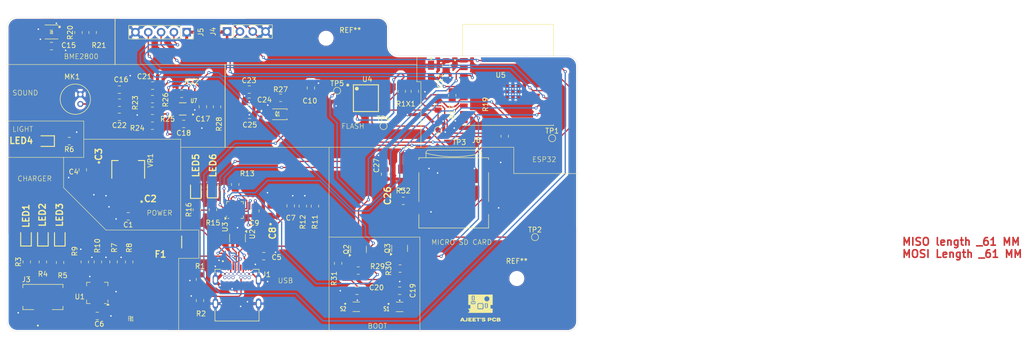
<source format=kicad_pcb>
(kicad_pcb (version 20241229) (generator "pcbnew") (generator_version "9.0")
  (layers (0 "F.Cu" mixed) (2 "B.Cu" mixed) (13 "F.Paste" user) (15 "B.Paste" user) (5 "F.SilkS" user "F.Silkscreen") (7 "B.SilkS" user "B.Silkscreen") (1 "F.Mask" user) (3 "B.Mask" user) (25 "Edge.Cuts" user))
  (net 0 "")
  (net 1 "+5V")
  (net 2 "GND")
  (net 3 "+3.3V")
  (net 4 "/VBUS")
  (net 5 "/+5V_USB")
  (net 6 "Net-(U3-VBUS)")
  (net 7 "Net-(C16-Pad2)")
  (net 8 "Net-(U7-IN-)")
  (net 9 "/ESP32 C3/MIC_OUT")
  (net 10 "/ESP32 C3/BOOT")
  (net 11 "/ESP32 C3/EN")
  (net 12 "Net-(C21-Pad2)")
  (net 13 "Net-(U7-IN+)")
  (net 14 "Net-(C22-Pad1)")
  (net 17 "/USB_DP")
  (net 18 "Net-(J1-CC1)")
  (net 21 "/USB_DN")
  (net 25 "Net-(J1-CC2)")
  (net 29 "/VBat")
  (net 30 "/ESP32 C3/sDA")
  (net 31 "/ESP32 C3/SCL")
  (net 32 "/ESP32 C3/GPIO18")
  (net 33 "/ESP32 C3/GPIO 8")
  (net 34 "/ESP32 C3/GPIO19")
  (net 35 "/ESP32 C3/MOSI_DI")
  (net 36 "Net-(Jx1-DAT0)")
  (net 37 "/ESP32 C3/sc_SD")
  (net 38 "/ESP32 C3/SCLK")
  (net 39 "Net-(LED1-K)")
  (net 40 "Net-(LED2-K)")
  (net 41 "Net-(LED3-K)")
  (net 42 "Net-(LED4-K)")
  (net 43 "Net-(LED5-K)")
  (net 44 "Net-(LED6-K)")
  (net 45 "/ESP32 C3/Photo C")
  (net 46 "/ESP32 C3/RTS")
  (net 47 "Net-(Q2-B)")
  (net 48 "/ESP32 C3/DTR")
  (net 49 "Net-(Q3-B)")
  (net 50 "/ESP32 C3/MISO_DO")
  (net 51 "/CHARGING POWER GOOD")
  (net 52 "/CHARGED ")
  (net 53 "Net-(U1-~{TE})")
  (net 54 "Net-(U1-THERM)")
  (net 55 "Net-(U1-PROG1)")
  (net 56 "Net-(U1-PROG3)")
  (net 57 "Net-(U3-~{RST})")
  (net 58 "Net-(U4-DO(IO1))")
  (net 59 "Net-(U3-~{TXT}{slash}GPIO.2)")
  (net 60 "Net-(U3-~{RXT}{slash}GPIO.3)")
  (net 61 "Net-(U5-IO6)")
  (net 62 "Net-(U5-IO7)")
  (net 63 "/ESP32 C3/CS")
  (net 64 "/ESP32 C3/D+")
  (net 65 "/ESP32 C3/D-")
  (net 68 "/ESP32 C3/TX_RX")
  (net 72 "/ESP32 C3/RX_TX")
  (net 74 "Net-(J6-DAT0)")
  (footprint "ESP32 PROJECT LIB:T491A" (layer "F.Cu") (at 106.8 86.5725 90)
    (property "Reference" "C8")
    (property "Value" "4.7u" (hide yes))
  )
  (footprint "Package_DFN_QFN:QFN-20-1EP_4x4mm_P0.5mm_EP2.5x2.5mm" (layer "F.Cu") (at 72.475 102.8525 180)
    (property "Reference" "U1")
    (property "Value" "MCP73871")
  )
  (footprint "Resistor_SMD:R_0805_2012Metric" (layer "F.Cu") (at 92.8275 100.1725 -90)
    (property "Reference" "R1")
    (property "Value" "5k1")
  )
  (footprint "ESP32 PROJECT LIB:JST_B2B-PH-SM4-TB" (layer "F.Cu") (at 61.7 103.6625)
    (property "Reference" "J3")
    (property "Value" "B2B-PH-SM4-TB")
  )
  (footprint "ESP32 PROJECT LIB:SW_USLPT2819DT2TR" (layer "F.Cu") (at 132.3825 105.625)
    (property "Reference" "S1")
    (property "Value" "USLPT2819DT2TR")
  )
  (footprint "TestPoint:TestPoint_Pad_D1.0mm" (layer "F.Cu") (at 120 62.8)
    (property "Reference" "TP5")
    (property "Value" "TEST CS")
  )
  (footprint "Resistor_SMD:R_0805_2012Metric" (layer "F.Cu") (at 113.2 85.65 -90)
    (property "Reference" "R12")
    (property "Value" "47K5")
  )
  (footprint "ESP32 PROJECT LIB:BELFUSE_SS-52400-002" (layer "F.Cu") (at 100.1575 104.9725)
    (property "Reference" "J1")
    (property "Value" "SS-52400-002")
  )
  (footprint "Resistor_SMD:R_0805_2012Metric" (layer "F.Cu") (at 78.8 96.7125 90)
    (property "Reference" "R8")
    (property "Value" "10K")
  )
  (footprint "Resistor_SMD:R_0805_2012Metric" (layer "F.Cu") (at 83.4 66.7725 180)
    (property "Reference" "R25")
    (property "Value" "1M")
  )
  (footprint "Capacitor_SMD:C_0805_2012Metric" (layer "F.Cu") (at 129.5 79.33 -90)
    (property "Reference" "C27")
    (property "Value" "0.1u")
  )
  (footprint "Resistor_SMD:R_0805_2012Metric" (layer "F.Cu") (at 66.9125 72.7725 180)
    (property "Reference" "R6")
    (property "Value" "470")
  )
  (footprint "Capacitor_SMD:C_0805_2012Metric" (layer "F.Cu") (at 76.85 62.5725 180)
    (property "Reference" "C16")
    (property "Value" "0.1U")
  )
  (footprint "ESP32 PROJECT LIB:MODULE_ESP32-C3-WROOM-02-H4" (layer "F.Cu") (at 153.8625 59.66)
    (property "Reference" "U5")
    (property "Value" "ESP32-C3-WROOM-02-H4")
  )
  (footprint "Resistor_SMD:R_0805_2012Metric" (layer "F.Cu") (at 153.2 71.8 90)
    (property "Reference" "R1X2" (hide yes))
    (property "Value" "50")
  )
  (footprint "Capacitor_SMD:C_0805_2012Metric" (layer "F.Cu") (at 141.605 57.785 90)
    (property "Reference" "C11")
    (property "Value" "0.1u")
  )
  (footprint "Connector_PinSocket_2.54mm:PinSocket_1x05_P2.54mm_Vertical" (layer "F.Cu") (at 90.2 51.1975 -90)
    (property "Reference" "J5")
    (property "Value" "Conn_01x05_Pin")
  )
  (footprint "ESP32 PROJECT LIB:FUSC3226X100N" (layer "F.Cu") (at 89.2 92.7725 180)
    (property "Reference" "F1")
    (property "Value" "0ZCH0110AF2E" (hide yes))
  )
  (footprint "Resistor_SMD:R_0805_2012Metric" (layer "F.Cu") (at 65.1 96.825 90)
    (property "Reference" "R5")
    (property "Value" "470")
  )
  (footprint "ESP32 PROJECT LIB:T491A" (layer "F.Cu") (at 72.8 79.6625 -90)
    (property "Reference" "C3")
    (property "Value" "10u" (hide yes))
  )
  (footprint "ESP32 PROJECT LIB:LEDC2012X120N" (layer "F.Cu") (at 58.35 91.8125 90)
    (property "Reference" "LED1")
    (property "Value" "LTST-C170TBKT" (hide yes))
  )
  (footprint "ESP32 PROJECT LIB:LEDC2012X120N" (layer "F.Cu") (at 92 82.3725 90)
    (property "Reference" "LED5")
    (property "Value" "LTST-C170KRKT" (hide yes))
  )
  (footprint "Capacitor_SMD:C_0805_2012Metric" (layer "F.Cu") (at 89.6 69.3725)
    (property "Reference" "C18")
    (property "Value" "0.1U")
  )
  (footprint "ESP32 PROJECT LIB:LEDC2012X120N" (layer "F.Cu") (at 61.7 91.8125 90)
    (property "Reference" "LED2")
    (property "Value" "LTST-C170GKT" (hide yes))
  )
  (footprint "Resistor_SMD:R_0805_2012Metric" (layer "F.Cu") (at 71.55 51.26 90)
    (property "Reference" "R21")
    (property "Value" "4K7")
  )
  (footprint "Package_TO_SOT_SMD:SOT-23" (layer "F.Cu") (at 124.2325 94.225 90)
    (property "Reference" "Q2")
    (property "Value" "BC817")
  )
  (footprint "Capacitor_SMD:C_0805_2012Metric" (layer "F.Cu") (at 93.4 65.9725 90)
    (property "Reference" "C17")
    (property "Value" "0.1U")
  )
  (footprint "Resistor_SMD:R_0805_2012Metric" (layer "F.Cu") (at 95.4 86.3725 90)
    (property "Reference" "R15")
    (property "Value" "470")
  )
  (footprint "Connector_PinSocket_2.54mm:PinSocket_1x04_P2.54mm_Vertical" (layer "F.Cu") (at 98.2 51.06 90)
    (property "Reference" "J4")
    (property "Value" "Conn_01x04_Pin")
  )
  (footprint "Resistor_SMD:R_0805_2012Metric" (layer "F.Cu") (at 108.8 64.2)
    (property "Reference" "R27")
    (property "Value" "10K")
  )
  (footprint "Capacitor_SMD:C_0805_2012Metric" (layer "F.Cu") (at 103.8 86.6125 -90)
    (property "Reference" "C9")
    (property "Value" "0.1u")
  )
  (footprint "Package_TO_SOT_SMD:SOT-23" (layer "F.Cu") (at 132.3825 94.025 90)
    (property "Reference" "Q3")
    (property "Value" "BC817")
  )
  (footprint "TestPoint:TestPoint_Pad_D1.0mm" (layer "F.Cu") (at 162.6 72.2)
    (property "Reference" "TP1")
    (property "Value" "Test MISO")
  )
  (footprint "ESP32 PROJECT LIB:VREG_LM1117MPX-3.3" (layer "F.Cu") (at 78.6 78.3725 90)
    (property "Reference" "VR1")
    (property "Value" "LM1117MPX-3.3")
  )
  (footprint "Capacitor_SMD:C_0805_2012Metric" (layer "F.Cu") (at 63.4 53.9475)
    (property "Reference" "C15")
    (property "Value" "0.1u")
  )
  (footprint "Resistor_SMD:R_0805_2012Metric" (layer "F.Cu") (at 96.2 65.9725 90)
    (property "Reference" "R28")
    (property "Value" "22K")
  )
  (footprint "ESP32 PROJECT LIB:T491A" (layer "F.Cu") (at 78.6 84.7725 180)
    (property "Reference" "C2")
    (property "Value" "10u" (hide yes))
  )
  (footprint "Resistor_SMD:R_0805_2012Metric" (layer "F.Cu") (at 132.47 98.025 180)
    (property "Reference" "R30")
    (property "Value" "10k")
  )
  (footprint "Capacitor_SMD:C_0805_2012Metric" (layer "F.Cu") (at 105.45 95.5725)
    (property "Reference" "C5")
    (property "Value" "0.1u")
  )
  (footprint "Connector_Card:microSD_HC_Wuerth_693072010801" (layer "F.Cu") (at 143.1 81.88)
    (property "Reference" "J6")
    (property "Value" "Micro_SD_Card")
  )
  (footprint "Capacitor_SMD:C_0805_2012Metric" (layer "F.Cu") (at 102.65 67.56 180)
    (property "Reference" "C25")
    (property "Value" "10n")
  )
  (footprint "Resistor_SMD:R_0805_2012Metric" (layer "F.Cu") (at 83.4025 64.4525 180)
    (property "Reference" "R26")
    (property "Value" "1K")
  )
  (footprint "Capacitor_SMD:C_0805_2012Metric" (layer "F.Cu") (at 123.9325 102.425 180)
    (property "Reference" "C20")
    (property "Value" "0.1u")
  )
  (footprint "Resistor_SMD:R_0805_2012Metric" (layer "F.Cu") (at 99.8 81.3725 -90)
    (property "Reference" "R13")
    (property "Value" "1K")
  )
  (footprint "ESP32 PROJECT LIB:TRANS_TEMT6000X01" (layer "F.Cu") (at 108 67.46)
    (property "Reference" "Q1")
    (property "Value" "TEMT6000X01")
  )
  (footprint "Resistor_SMD:R_0805_2012Metric" (layer "F.Cu") (at 120.2 97 90)
    (property "Reference" "R31")
    (property "Value" "10k")
  )
  (footprint "Capacitor_SMD:C_0805_2012Metric" (layer "F.Cu") (at 72.475 107.4175)
    (property "Reference" "C6")
    (property "Value" "10u")
  )
  (footprint "Resistor_SMD:R_0805_2012Metric" (layer "F.Cu") (at 58.5 96.7125 90)
    (property "Reference" "R3")
    (property "Value" "470")
  )
  (footprint "ESP32 PROJECT LIB:CUI_CMC-5042PF-AC" (layer "F.Cu") (at 68.1225 64.4725)
    (property "Reference" "MK1")
    (property "Value" "CMC-5042PF-AC")
  )
  (footprint "TestPoint:TestPoint_Pad_D1.0mm" (layer "F.Cu") (at 129.2 69.8)
    (property "Reference" "TP4")
    (property "Value" "TesT scl")
  )
  (footprint "Resistor_SMD:R_0805_2012Metric" (layer "F.Cu") (at 89.2 63.4)
    (property "Reference" "R22")
    (property "Value" "2K")
  )
  (footprint "Capacitor_SMD:C_0805_2012Metric" (layer "F.Cu") (at 102.55 64.96 180)
    (property "Reference" "C24")
    (property "Value" "10n")
  )
  (footprint "Resistor_SMD:R_0805_2012Metric" (layer "F.Cu") (at 142.8 63.7125 90)
    (property "Reference" "R17")
    (property "Value" "50")
  )
  (footprint "Resistor_SMD:R_0805_2012Metric" (layer "F.Cu") (at 76.8875 65.1725 180)
    (property "Reference" "R23")
    (property "Value" "2K")
  )
  (footprint "ESP32 PROJECT LIB:SW_USLPT2819DT2TR" (layer "F.Cu") (at 123.8075 105.605)
    (property "Reference" "S2")
    (property "Value" "USLPT2819DT2TR")
  )
  (footprint "ESP32 PROJECT LIB:LEDC2012X120N" (layer "F.Cu") (at 62.225 72.7725 180)
    (property "Reference" "LED4")
    (property "Value" "LTST-C170KRKT" (hide yes))
  )
  (footprint "Capacitor_SMD:C_0805_2012Metric" (layer "F.Cu") (at 76.85 67.9725 180)
    (property "Reference" "C22")
    (property "Value" "10n")
  )
  (footprint "Package_TO_SOT_SMD:SOT-23-6" (layer "F.Cu") (at 100.2625 91.9725 -90)
    (property "Reference" "U2")
    (property "Value" "USBLC6-2SC6")
  )
  (footprint "Capacitor_SMD:C_0805_2012Metric" (layer "F.Cu") (at 78.6 87.6825 180)
    (property "Reference" "C1")
    (property "Value" "0.1U")
  )
  (footprint "Resistor_SMD:R_0805_2012Metric" (layer "F.Cu") (at 83.4 69.7225 180)
    (property "Reference" "R24")
    (property "Value" "1M")
  )
  (footprint "Resistor_SMD:R_0805_2012Metric" (layer "F.Cu") (at 135.4 62.9125 -90)
    (property "Reference" "R1X1")
    (property "Value" "50")
  )
  (footprint "Resistor_SMD:R_0805_2012Metric" (layer "F.Cu") (at 115.6 85.65 90)
    (property "Reference" "R11")
    (property "Value" "22K1")
  )
  (footprint "DEMO.PREETY:AJEET" (layer "F.Cu") (at 148.4 106)
    (property "Reference" "G***" (hide yes))
    (property "Value" "LOGO" (hide yes))
  )
  (footprint "Capacitor_SMD:C_0805_2012Metric" (layer "F.Cu") (at 132.3825 102.425 180)
    (property "Reference" "C19")
    (property "Value" "0.1u")
  )
  (footprint "Resistor_SMD:R_0805_2012Metric" (layer "F.Cu") (at 92.8275 104.3725 90)
    (property "Reference" "R2")
    (property "Value" "5k1")
  )
  (footprint "Resistor_SMD:R_0805_2012Metric" (layer "F.Cu") (at 61.7 96.7125 90)
    (property "Reference" "R4")
    (property "Value" "470")
  )
  (footprint "ESP32 PROJECT LIB:SOT65P210X110-5N" (layer "F.Cu") (at 89.4 66.4 180)
    (property "Reference" "U7")
    (property "Value" "MAX4466EXK")
  )
  (footprint "TestPoint:TestPoint_Pad_D1.0mm" (layer "F.Cu") (at 140 70.6)
    (property "Reference" "TP3")
    (property "Value" "TEST MOSI")
  )
  (footprint "Capacitor_SMD:C_0805_2012Metric" (layer "F.Cu") (at 69.6 78.4625 -90)
    (property "Reference" "C4")
    (property "Value" "0.1U")
  )
  (footprint "TestPoint:TestPoint_Pad_D1.0mm" (layer "F.Cu") (at 159.2 91.8)
    (property "Reference" "TP2")
    (property "Value" "TEST SD")
  )
  (footprint "ESP32 PROJECT LIB:LEDC2012X120N" (layer "F.Cu") (at 95.35 82.2725 90)
    (property "Reference" "LED6")
    (property "Value" "LTST-C170GKT" (hide yes))
  )
  (footprint "ESP32 PROJECT LIB:PSON65P250X250X100-8N" (layer "F.Cu") (at 63.4 51.1475)
    (property "Reference" "U6")
    (property "Value" "BME280")
  )
  (footprint "Resistor_SMD:R_0805_2012Metric" (layer "F.Cu") (at 92.2 86.3725 90)
    (property "Reference" "R16")
    (property "Value" "470")
  )
  (footprint "Package_DFN_QFN:SiliconLabs_QFN-20-1EP_3x3mm_P0.5mm_EP1.8x1.8mm" (layer "F.Cu") (at 99.75 86.4225 90)
    (property "Reference" "U3")
    (property "Value" "CP2102N-Axx-xQFN20")
  )
  (footprint "Resistor_SMD:R_0805_2012Metric" (layer "F.Cu") (at 75.7 96.7125 90)
    (property "Reference" "R7")
    (property "Value" "10K")
  )
  (footprint "Resistor_SMD:R_0805_2012Metric" (layer "F.Cu") (at 124.1825 98.425 180)
    (property "Reference" "R29")
    (property "Value" "10k")
  )
  (footprint "ESP32 PROJECT LIB:SOIC127P790X216-8N" (layer "F.Cu") (at 125.7 64.2725)
    (property "Reference" "U4")
    (property "Value" "W25Q32JVSSIQ")
  )
  (footprint "Capacitor_SMD:C_0805_2012Metric" (layer "F.Cu") (at 114.8 62.25 90)
    (property "Reference" "C10")
    (property "Value" "0.1u")
  )
  (footprint "Resistor_SMD:R_0805_2012Metric" (layer "F.Cu") (at 132.8 62.9125 90)
    (property "Reference" "R14" (hide yes))
    (property "Value" "50")
  )
  (footprint "ESP32 PROJECT LIB:BEADC2012X105N" (layer "F.Cu") (at 78.675 106.2525 180)
    (property "Reference" "FB1")
    (property "Value" "FBMJ2125HM330-T")
  )
  (footprint "Resistor_SMD:R_0805_2012Metric" (layer "F.Cu") (at 70 96.7125 90)
    (property "Reference" "R9")
    (property "Value" "2K")
  )
  (footprint "MountingHole:MountingHole_2.5mm" (layer "F.Cu") (at 117.8 52.4)
    (property "Reference" "REF**")
    (property "Value" "MountingHole_2.5mm")
  )
  (footprint "ESP32 PROJECT LIB:T491A" (layer "F.Cu") (at 132.7 79.64 90)
    (property "Reference" "C26")
    (property "Value" "10u" (hide yes))
  )
  (footprint "Resistor_SMD:R_0805_2012Metric" (layer "F.Cu") (at 133.1 84.6175)
    (property "Reference" "R32")
    (property "Value" "10K")
  )
  (footprint "Resistor_SMD:R_0805_2012Metric" (layer "F.Cu") (at 68.75 51.26 90)
    (property "Reference" "R20")
    (property "Value" "4K7")
  )
  (footprint "Resistor_SMD:R_0805_2012Metric" (layer "F.Cu") (at 72.6 96.7125 90)
    (property "Reference" "R10")
    (property "Value" "20K")
  )
  (footprint "Capacitor_SMD:C_0805_2012Metric" (layer "F.Cu") (at 102.6 62.56 180)
    (property "Reference" "C23")
    (property "Value" "0.1u")
  )
  (footprint "ESP32 PROJECT LIB:LEDC2012X120N" (layer "F.Cu") (at 65.05 91.8125 90)
    (property "Reference" "LED3")
    (property "Value" "LTST-C170KRKT" (hide yes))
  )
  (footprint "Capacitor_SMD:C_0805_2012Metric" (layer "F.Cu") (at 83.45 61.7725 180)
    (property "Reference" "C21")
    (property "Value" "10u")
  )
  (footprint "Resistor_SMD:R_0805_2012Metric" (layer "F.Cu") (at 140 65.7125 -90)
    (property "Reference" "R19")
    (property "Value" "50")
  )
  (footprint "MountingHole:MountingHole_2.5mm" (layer "F.Cu") (at 155.6 100)
    (property "Reference" "REF**")
    (property "Value" "MountingHole_2.5mm")
  )
  (footprint "Capacitor_SMD:C_0805_2012Metric" (layer "F.Cu") (at 110.8 85.6 90)
    (property "Reference" "C7")
    (property "Value" "1u")
  )
  (footprint "ESP32 PROJECT LIB:T491A" (layer "F.Cu") (at 138.605 59.045 -90)
    (property "Reference" "C13" (hide yes))
    (property "Value" "4.7u" (hide yes))
  )
  (gr_line (start 69.8 68.8) (end 69.8 76) (stroke (width 0.1)) (layer "F.SilkS"))
  (gr_line (start 135.8 61) (end 136.6 61) (stroke (width 0.1)) (layer "F.SilkS"))
  (gr_line (start 92.6 90.4) (end 86 90.4) (stroke (width 0.1)) (layer "F.SilkS"))
  (gr_line (start 73.2 89.4) (end 74.2 90.4) (stroke (width 0.1)) (layer "F.SilkS"))
  (gr_line (start 65.8 82) (end 73.2 89.4) (stroke (width 0.1)) (layer "F.SilkS"))
  (gr_line (start 88.6 96) (end 92.6 96) (stroke (width 0.1)) (layer "F.SilkS"))
  (gr_line (start 136.4 91.8) (end 136.4 92.2) (stroke (width 0.1)) (layer "F.SilkS"))
  (gr_line (start 54.6 68.8) (end 68.6 68.8) (stroke (width 0.1)) (layer "F.SilkS"))
  (gr_line (start 65.8 76) (end 54.6 76) (stroke (width 0.1)) (layer "F.SilkS"))
  (gr_line (start 97.8 57.6) (end 97.8 74) (stroke (width 0.1)) (layer "F.SilkS"))
  (gr_line (start 89 74) (end 118.4 74) (stroke (width 0.1)) (layer "F.SilkS"))
  (gr_line (start 69.8 72.4) (end 89 72.4) (stroke (width 0.1)) (layer "F.SilkS"))
  (gr_line (start 76 57.6) (end 76 48.4) (stroke (width 0.1)) (layer "F.SilkS"))
  (gr_line (start 97.8 57.6) (end 76 57.6) (stroke (width 0.1)) (layer "F.SilkS"))
  (gr_line (start 54.6 57.6) (end 76 57.6) (stroke (width 0.1)) (layer "F.SilkS"))
  (gr_line (start 136.6 61) (end 136.6 74) (stroke (width 0.1)) (layer "F.SilkS"))
  (gr_line (start 155 79.2) (end 166.4 79.2) (stroke (width 0.1)) (layer "F.SilkS"))
  (gr_line (start 65.8 76) (end 65.8 82) (stroke (width 0.1)) (layer "F.SilkS"))
  (gr_line (start 136.4 92.2) (end 136.4 108.2) (stroke (width 0.1)) (layer "F.SilkS"))
  (gr_line (start 86 90.4) (end 74.2 90.4) (stroke (width 0.1)) (layer "F.SilkS"))
  (gr_line (start 89 72.4) (end 89 74) (stroke (width 0.1)) (layer "F.SilkS"))
  (gr_line (start 68.6 68.8) (end 69.8 68.8) (stroke (width 0.1)) (layer "F.SilkS"))
  (gr_line (start 135.8 57.6) (end 135.8 56) (stroke (width 0.1)) (layer "F.SilkS"))
  (gr_line (start 89 77.6) (end 89 74) (stroke (width 0.1)) (layer "F.SilkS"))
  (gr_line (start 155 74) (end 155 79.2) (stroke (width 0.1)) (layer "F.SilkS"))
  (gr_line (start 118.4 91.8) (end 136.4 91.8) (stroke (width 0.1)) (layer "F.SilkS"))
  (gr_line (start 97.8 74) (end 97.8 57.6) (stroke (width 0.1)) (layer "F.SilkS"))
  (gr_line (start 89 90.4) (end 89 77.6) (stroke (width 0.1)) (layer "F.SilkS"))
  (gr_line (start 118.4 74) (end 118.4 110.4) (stroke (width 0.1)) (layer "F.SilkS"))
  (gr_line (start 69.8 76) (end 65.8 76) (stroke (width 0.1)) (layer "F.SilkS"))
  (gr_line (start 92.6 96) (end 92.6 90.4) (stroke (width 0.1)) (layer "F.SilkS"))
  (gr_line (start 76 48.4) (end 76 57.6) (stroke (width 0.1)) (layer "F.SilkS"))
  (gr_line (start 88.6 110.4) (end 88.6 96) (stroke (width 0.1)) (layer "F.SilkS"))
  (gr_line (start 136.6 74) (end 155 74) (stroke (width 0.1)) (layer "F.SilkS"))
  (gr_line (start 136.6 74) (end 118.4 74) (stroke (width 0.1)) (layer "F.SilkS"))
  (gr_line (start 166.4 79.2) (end 167.6 79.2) (stroke (width 0.1)) (layer "F.SilkS"))
  (gr_line (start 135.8 57.6) (end 135.8 61) (stroke (width 0.1)) (layer "F.SilkS"))
  (gr_line (start 97.8 57.6) (end 135.8 57.6) (stroke (width 0.1)) (layer "F.SilkS"))
  (gr_line (start 136.4 108.2) (end 136.4 110.4) (stroke (width 0.1)) (layer "F.SilkS"))
  (gr_arc (start 54.61 50.26) (mid 55.195786 48.845786) (end 56.61 48.26) (stroke (width 0.05)) (layer "Edge.Cuts"))
  (gr_line (start 144.78 55.88) (end 132.175 55.88) (stroke (width 0.05)) (layer "Edge.Cuts"))
  (gr_line (start 165.64 55.88) (end 144.78 55.88) (stroke (width 0.05)) (layer "Edge.Cuts"))
  (gr_arc (start 167.64 108.49) (mid 167.054214 109.904214) (end 165.64 110.49) (stroke (width 0.05)) (layer "Edge.Cuts"))
  (gr_line (start 56.61 110.49) (end 165.64 110.49) (stroke (width 0.05)) (layer "Edge.Cuts"))
  (gr_line (start 167.64 108.49) (end 167.64 57.88) (stroke (width 0.05)) (layer "Edge.Cuts"))
  (gr_arc (start 165.64 55.88) (mid 167.054214 56.465786) (end 167.64 57.88) (stroke (width 0.05)) (layer "Edge.Cuts"))
  (gr_arc (start 132.175 55.88) (mid 130.760786 55.294214) (end 130.175 53.88) (stroke (width 0.05)) (layer "Edge.Cuts"))
  (gr_arc (start 56.61 110.49) (mid 55.195786 109.904214) (end 54.61 108.49) (stroke (width 0.05)) (layer "Edge.Cuts"))
  (gr_arc (start 128.175 48.26) (mid 129.589214 48.845786) (end 130.175 50.26) (stroke (width 0.05)) (layer "Edge.Cuts"))
  (gr_line (start 130.175 53.88) (end 130.175 50.26) (stroke (width 0.05)) (layer "Edge.Cuts"))
  (gr_line (start 54.61 50.26) (end 54.61 108.49) (stroke (width 0.05)) (layer "Edge.Cuts"))
  (gr_line (start 128.175 48.26) (end 56.61 48.26) (stroke (width 0.05)) (layer "Edge.Cuts"))
  (gr_text "MISO length _61 MM\nMOSI Length _61 MM\n" (at 231.8 96 0) (layer "F.Cu") (effects (font (size 1.5 1.5) (thickness 0.3) (bold yes)) (justify left bottom)))
  (gr_text "ESP32\n" (at 158.6 77 0) (layer "F.SilkS") (effects (font (size 1 1) (thickness 0.1)) (justify left bottom)))
  (gr_text "SOUND" (at 55.6 63.8 0) (layer "F.SilkS") (effects (font (size 1 1) (thickness 0.1)) (justify left bottom)))
  (gr_text "POWER\n" (at 82.2 87.6 0) (layer "F.SilkS") (effects (font (size 1 1) (thickness 0.1)) (justify left bottom)))
  (gr_text "USB" (at 108.2 101 0) (layer "F.SilkS") (effects (font (size 1 1) (thickness 0.1)) (justify left bottom)))
  (gr_text "MICRO SD CARD\n" (at 138.6 93.4 0) (layer "F.SilkS") (effects (font (size 1 1) (thickness 0.1)) (justify left bottom)))
  (gr_text "BOOT" (at 126 110 0) (layer "F.SilkS") (effects (font (size 1 1) (thickness 0.1)) (justify left bottom)))
  (gr_text "FLASH\n" (at 120.8 70.4 0) (layer "F.SilkS") (effects (font (size 1 1) (thickness 0.1)) (justify left bottom)))
  (gr_text "BME2800\n" (at 65.8 56.6 0) (layer "F.SilkS") (effects (font (size 1 1) (thickness 0.1)) (justify left bottom)))
  (gr_text "CHARGER" (at 56.6 80.8 0) (layer "F.SilkS") (effects (font (size 1 1) (thickness 0.1)) (justify left bottom)))
  (gr_text "LIGHT" (at 55.6 71 0) (layer "F.SilkS") (effects (font (size 1 1) (thickness 0.1)) (justify left bottom)))
  (segment (start 74.4125 104.68) (end 77.1375 104.68) (width 0.6) (layer "F.Cu") (net 1))
  (segment (start 77.815 105.3575) (end 77.815 106.2525) (width 0.6) (layer "F.Cu") (net 1))
  (segment (start 79.535 106.2525) (end 81.1475 106.2525) (width 0.6) (layer "F.Cu") (net 1))
  (segment (start 74.075 105.0175) (end 74.4125 104.68) (width 0.6) (layer "F.Cu") (net 1))
  (segment (start 80.0275 84.7725) (end 80.9 83.9) (width 0.6) (layer "F.Cu") (net 1))
  (segment (start 74.4125 104.68) (end 74.4125 103.9785) (width 0.6) (layer "F.Cu") (net 1))
  (segment (start 74.0275 105.0175) (end 74.075 105.0175) (width 0.6) (layer "F.Cu") (net 1))
  (segment (start 77.1375 104.68) (end 77.815 105.3575) (width 0.6) (layer "F.Cu") (net 1))
  (segment (start 81.1475 106.2525) (end 82 105.4) (width 0.6) (layer "F.Cu") (net 1))
  (segment (start 77.815 106.2525) (end 79.535 106.2525) (width 0.6) (layer "F.Cu") (net 1))
  (segment (start 82 90.1325) (end 79.55 87.6825) (width 0.6) (layer "F.Cu") (net 1))
  (segment (start 79.91 84.7725) (end 80.0275 84.7725) (width 0.6) (layer "F.Cu") (net 1))
  (segment (start 80.9 83.9) (end 80.9 81.2725) (width 0.6) (layer "F.Cu") (net 1))
  (segment (start 79.55 85.1325) (end 79.91 84.7725) (width 0.6) (layer "F.Cu") (net 1))
  (segment (start 82 105.4) (end 82 90.1325) (width 0.6) (layer "F.Cu") (net 1))
  (segment (start 73.8 104.79) (end 74.0275 105.0175) (width 0.6) (layer "F.Cu") (net 1))
  (segment (start 79.55 87.6825) (end 79.55 85.1325) (width 0.6) (layer "F.Cu") (net 1))
  (segment (start 100.5 85.1725) (end 99.75 85.9225) (width 0.25) (layer "F.Cu") (net 2))
  (segment (start 110.8 84.65) (end 110.8 84) (width 0.6) (layer "F.Cu") (net 2))
  (segment (start 105.87 100.2425) (end 106.2275 100.6) (width 0.6) (layer "F.Cu") (net 2))
  (segment (start 99.474 87) (end 99.474 87.9725) (width 0.3) (layer "F.Cu") (net 2))
  (segment (start 149.975 77.73) (end 151.67 77.73) (width 0.6) (layer "F.Cu") (net 2))
  (segment (start 95.8875 100.2425) (end 95.8875 100.46) (width 0.6) (layer "F.Cu") (net 2))
  (segment (start 124 104.304) (end 124.832178 104.304) (width 0.6) (layer "F.Cu") (net 2))
  (segment (start 131.4325 104.249322) (end 131.357822 104.324) (width 0.6) (layer "F.Cu") (net 2))
  (segment (start 103.8 97.285) (end 103.8 97.2) (width 0.25) (layer "F.Cu") (net 2))
  (segment (start 70 95) (end 69.2 94.2) (width 0.6) (layer "F.Cu") (net 2))
  (segment (start 75.8275 84.7725) (end 74.8 85.8) (width 0.6) (layer "F.Cu") (net 2))
  (segment (start 82.4875 66.7725) (end 81.2275 66.7725) (width 0.6) (layer "F.Cu") (net 2))
  (segment (start 151.67 77.73) (end 152.4 77) (width 0.6) (layer "F.Cu") (net 2))
  (segment (start 131.4325 102.425) (end 131.4325 104.249322) (width 0.6) (layer "F.Cu") (net 2))
  (segment (start 106.245 66.91) (end 106.245 65.645) (width 0.6) (layer "F.Cu") (net 2))
  (segment (start 74.2 95.8) (end 75.7 95.8) (width 0.6) (layer "F.Cu") (net 2))
  (segment (start 77.65 87.6825) (end 77.65 85.1325) (width 0.6) (layer "F.Cu") (net 2))
  (segment (start 137.73 77.73) (end 138.2 78.2) (width 0.6) (layer "F.Cu") (net 2))
  (segment (start 143.44 69.96) (end 143.2 70.2) (width 0.6) (layer "F.Cu") (net 2))
  (segment (start 153.7225 61.86) (end 153.7225 62.41) (width 0.6) (layer "F.Cu") (net 2))
  (segment (start 113.2 84) (end 113.6 83.6) (width 0.6) (layer "F.Cu") (net 2))
  (segment (start 102.1735 99.0765) (end 102.9415 99.0765) (width 0.3) (layer "F.Cu") (net 2))
  (segment (start 101.7 67.56) (end 102.6 67.56) (width 0.6) (layer "F.Cu") (net 2))
  (segment (start 138.605 60.355) (end 139.985 60.355) (width 0.6) (layer "F.Cu") (net 2))
  (segment (start 64.37 50.1725) (end 64.37 49.492) (width 0.3) (layer "F.Cu") (net 2))
  (segment (start 102.6 64.96) (end 103.5 64.96) (width 0.6) (layer "F.Cu") (net 2))
  (segment (start 100.5 84.8725) (end 100.5 84.3) (width 0.25) (layer "F.Cu") (net 2))
  (segment (start 131.1075 105.045) (end 131.1075 104.574322) (width 0.6) (layer "F.Cu") (net 2))
  (segment (start 99.6225 102.4225) (end 99.2 102) (width 0.25) (layer "F.Cu") (net 2))
  (segment (start 75.7 95.8) (end 77.2 95.8) (width 0.6) (layer "F.Cu") (net 2))
  (segment (start 69.6 79.4125) (end 67.3875 79.4125) (width 0.6) (layer "F.Cu") (net 2))
  (segment (start 77.2 95.8) (end 78.1 95.8) (width 0.6) (layer "F.Cu") (net 2))
  (segment (start 141 68.8) (end 141.124 68.924) (width 0.6) (layer "F.Cu") (net 2))
  (segment (start 91.6 66.4) (end 91.8 66.6) (width 0.3) (layer "F.Cu") (net 2))
  (segment (start 105 66.91) (end 106.245 66.91) (width 0.6) (layer "F.Cu") (net 2))
  (segment (start 91.3775 70.2) (end 93.2 70.2) (width 0.6) (layer "F.Cu") (net 2))
  (segment (start 153.7225 62.96) (end 154.8225 62.96) (width 0.6) (layer "F.Cu") (net 2))
  (segment (start 155.9225 63.51) (end 155.9225 62.96) (width 0.6) (layer "F.Cu") (net 2))
  (segment (start 98.1415 99.0765) (end 98.1575 99.0925) (width 0.3) (layer "F.Cu") (net 2))
  (segment (start 131.1075 104.574322) (end 131.357822 104.324) (width 0.6) (layer "F.Cu") (net 2))
  (segment (start 131.4325 102.425) (end 131.4325 101.5675) (width 0.6) (layer "F.Cu") (net 2))
  (segment (start 102.1575 99.0925) (end 102.1735 99.0765) (width 0.3) (layer "F.Cu") (net 2))
  (segment (start 149.975 86.03) (end 151.83 86.03) (width 0.6) (layer "F.Cu") (net 2))
  (segment (start 132.7 78.33) (end 132.7 75.5) (width 0.6) (layer "F.Cu") (net 2))
  (segment (start 142.4 59.53) (end 142.4 60.2) (width 0.6) (layer "F.Cu") (net 2))
  (segment (start 153.7225 62.96) (end 153.7225 64.06) (width 0.6) (layer "F.Cu") (net 2))
  (segment (start 65.2025 54.8) (end 66.2 54.8) (width 0.6) (layer "F.Cu") (net 2))
  (segment (start 97.3575 99.0925) (end 97.3735 99.0765) (width 0.3) (layer "F.Cu") (net 2))
  (segment (start 143.44 68.76) (end 143.44 69.96) (width 0.6) (layer "F.Cu") (net 2))
  (segment (start 101.65 63.8) (end 101.65 64.91) (width 0.6) (layer "F.Cu") (net 2))
  (segment (start 106.8 83.6) (end 106.2 83) (width 0.6) (layer "F.Cu") (net 2))
  (segment (start 77.65 87.6825) (end 77.1325 88.2) (width 0.6) (layer "F.Cu") (net 2))
  (segment (start 97.4075 97.2075) (end 97.4075 97.8425) (width 0.3) (layer "F.Cu") (net 2))
  (segment (start 120.1775 66.1775) (end 119.8 65.8) (width 0.6) (layer "F.Cu") (net 2))
  (segment (start 102.6 67.56) (end 103.6 67.56) (width 0.6) (layer "F.Cu") (net 2))
  (segment (start 91.5125 101.085) (end 90.8275 100.4) (width 0.6) (layer "F.Cu") (net 2))
  (segment (start 154.8225 64.06) (end 155.9225 64.06) (width 0.6) (layer "F.Cu") (net 2))
  (segment (start 113.2 84.7375) (end 113.2 84) (width 0.6) (layer "F.Cu") (net 2))
  (segment (start 103.2775 99.0925) (end 104.4275 100.2425) (width 0.3) (layer "F.Cu") (net 2))
  (segment (start 62.43 50.8225) (end 61.0225 50.8225) (width 0.3) (layer "F.Cu") (net 2))
  (segment (start 99.75 86.4225) (end 99.474 86.6985) (width 0.3) (layer "F.Cu") (net 2))
  (segment (start 99.75 85.9225) (end 99.75 86.4225) (width 0.25) (layer "F.Cu") (net 2))
  (segment (start 131.357822 104.324) (end 132.4 104.324) (width 0.6) (layer "F.Cu") (net 2))
  (segment (start 71 99.6) (end 70.4 100.2) (width 0.6) (layer "F.Cu") (net 2))
  (segment (start 141.124 68.924) (end 141.124 70.680008) (width 0.6) (layer "F.Cu") (net 2))
  (segment (start 138.605 61.795) (end 137.4 63) (width 0.6) (layer "F.Cu") (net 2))
  (segment (start 102.9575 99.0925) (end 103.2775 99.0925) (width 0.3) (layer "F.Cu") (net 2))
  (segment (start 102.9415 99.0765) (end 102.9575 99.0925) (width 0.3) (layer "F.Cu") (net 2))
  (segment (start 70.515 100.915) (end 70.4 100.8) (width 0.25) (layer "F.Cu") (net 2))
  (segment (start 155.9225 61.86) (end 154.8225 61.86) (width 0.6) (layer "F.Cu") (net 2))
  (segment (start 84.4 61.7725) (end 84.4 59.8) (width 0.6) (layer "F.Cu") (net 2))
  (segment (start 104.4275 104.9725) (end 102.6 104.9725) (width 0.6) (layer "F.Cu") (net 2))
  (segment (start 73.425 107.4175) (end 75.1825 107.4175) (width 0.6) (layer "F.Cu") (net 2))
  (segment (start 139.9 80.33) (end 139.9 79.1) (width 0.6) (layer "F.Cu") (net 2))
  (segment (start 61.8775 52.1225) (end 62.43 52.1225) (width 0.3) (layer "F.Cu") (net 2))
  (segment (start 122.5325 105.025) (end 122.5325 104.554322) (width 0.6) (layer "F.Cu") (net 2))
  (segment (start 133.6575 104.574322) (end 133.6575 105.045) (width 0.6) (layer "F.Cu") (net 2))
  (segment (start 101.6 64.96) (end 102.6 64.96) (width 0.6) (layer "F.Cu") (net 2))
  (segment (start 97.3735 99.0765) (end 98.1415 99.0765) (width 0.3) (layer "F.Cu") (net 2))
  (segment (start 129.45 76.85) (end 128.2 75.6) (width 0.6) (layer "F.Cu") (net 2))
  (segment (start 122.2 66.2775) (end 122.1 66.1775) (width 0.6) (layer "F.Cu") (net 2))
  (segment (start 101.65 62.56) (end 101.65 63.8) (width 0.6) (layer "F.Cu") (net 2))
  (segment (start 76.3 81.5) (end 74.2 83.6) (width 0.6) (layer "F.Cu") (net 2))
  (segment (start 104.4275 100.2425) (end 105.87 100.2425) (width 0.6) (layer "F.Cu") (net 2))
  (segment (start 137.522702 67.553147) (end 139.169554 69.199999) (width 0.6) (layer "F.Cu") (net 2))
  (segment (start 115.9 61.3) (end 116.3 61.3) (width 0.6) (layer "F.Cu") (net 2))
  (segment (start 100.1575 105.5225) (end 100.8775 105.5225) (width 0.25) (layer "F.Cu") (net 2))
  (segment (start 77.65 85.1325) (end 77.29 84.7725) (width 0.6) (layer "F.Cu") (net 2))
  (segment (start 131.4325 101.5675) (end 132.4 100.6) (width 0.6) (layer "F.Cu") (net 2))
  (segment (start 132.7 75.5) (end 133.4 74.8) (width 0.6) (layer "F.Cu") (net 2))
  (segment (start 71.4 95.8) (end 74.2 95.8) (width 0.6) (layer "F.Cu") (net 2))
  (segment (start 74.4125 102.8525) (end 72.475 102.8525) (width 0.25) (layer "F.Cu") (net 2))
  (segment (start 81.2275 66.7725) (end 80.4 67.6) (width 0.6) (layer "F.Cu") (net 2))
  (segment (start 107.1725 94.8) (end 107.8 94.8) (width 0.3) (layer "F.Cu") (net 2))
  (segment (start 137.522702 67.522702) (end 137.522702 67.553147) (width 0.6) (layer "F.Cu") (net 2))
  (segment (start 70.4 100.2) (end 70.4 100.8) (width 0.6) (layer "F.Cu") (net 2))
  (segment (start 75.9475 102.8525) (end 76.2 102.6) (width 0.25) (layer "F.Cu") (net 2))
  (segment (start 95.8875 100.46) (end 96.8275 101.4) (width 0.6) (layer "F.Cu") (net 2))
  (segment (start 61.0225 50.8225) (end 60.8 50.6) (width 0.3) (layer "F.Cu") (net 2))
  (segment (start 90.36 66.4) (end 91.6 66.4) (width 0.3) (layer "F.Cu") (net 2))
  (segment (start 103.2425 97.8425) (end 103.8 97.285) (width 0.25) (layer "F.Cu") (net 2))
  (segment (start 153.7225 64.06) (end 154.8225 64.06) (width 0.6) (layer "F.Cu") (net 2))
  (segment (start 133.922702 67.522702) (end 137.522702 67.522702) (width 0.6) (layer "F.Cu") (net 2))
  (segment (start 132.4 104.324) (end 133.407178 104.324) (width 0.6) (layer "F.Cu") (net 2))
  (segment (start 133.407178 104.324) (end 133.6575 104.574322) (width 0.6) (layer "F.Cu") (net 2))
  (segment (start 147.6 80.33) (end 147.6 78.6) (width 0.6) (layer "F.Cu") (net 2))
  (segment (start 147.6 78.6) (end 147.2 78.2) (width 0.6) (layer "F.Cu") (net 2))
  (segment (start 77.8 62.5725) (end 77.8 61) (width 0.6) (layer "F.Cu") (net 2))
  (segment (start 141.605 58.735) (end 142.4 59.53) (width 0.6) (layer "F.Cu") (net 2))
  (segment (start 154.8225 61.86) (end 153.7225 61.86) (width 0.6) (layer "F.Cu") (net 2))
  (segment (start 103.6 85.6625) (end 103.8 85.4625) (width 0.6) (layer "F.Cu") (net 2))
  (segment (start 90.55 69.3725) (end 91.3775 70.2) (width 0.6) (layer "F.Cu") (net 2))
  (segment (start 77.8 61) (end 79 59.8) (width 0.6) (layer "F.Cu") (net 2))
  (segment (start 110.8 84) (end 111.2 83.6) (width 0.6) (layer "F.Cu") (net 2))
  (segment (start 77.1325 88.2) (end 76.2 88.2) (width 0.6) (layer "F.Cu") (net 2))
  (segment (start 122.9825 102.425) (end 120.625 102.425) (width 0.6) (layer "F.Cu") (net 2))
  (segment (start 104.25 66.91) (end 105 66.91) (width 0.6) (layer "F.Cu") (net 2))
  (segment (start 74.4125 102.8525) (end 75.9475 102.8525) (width 0.25) (layer "F.Cu") (net 2))
  (segment (start 136.225 86.03) (end 137.83 86.03) (width 0.6) (layer "F.Cu") (net 2))
  (segment (start 141.124 70.680008) (end 141.421996 70.978004) (width 0.6) (layer "F.Cu") (net 2))
  (segment (start 67.825 71.575) (end 68.4 71) (width 0.6) (layer "F.Cu") (net 2))
  (segment (start 71.475 100.915) (end 70.515 100.915) (width 0.25) (layer "F.Cu") (net 2))
  (segment (start 106.8 85.2625) (end 106.8 83.6) (width 0.6) (layer "F.Cu") (net 2))
  (segment (start 76.3 81.2725) (end 76.3 81.5) (width 0.6) (layer "F.Cu") (net 2))
  (segment (start 103.5 67.46) (end 103.6 67.56) (width 0.6) (layer "F.Cu") (net 2))
  (segment (start 122.1 66.1775) (end 120.1775 66.1775) (width 0.6) (layer "F.Cu") (net 2))
  (segment (start 138.605 60.355) (end 138.605 61.795) (width 0.6) (layer "F.Cu") (net 2))
  (segment (start 90.36 66.4) (end 90.409 66.351) (width 0.3) (layer "F.Cu") (net 2))
  (segment (start 96.6 96.4) (end 97.4075 97.2075) (width 0.3) (layer "F.Cu") (net 2))
  (segment (start 136.225 77.73) (end 137.73 77.73) (width 0.6) (layer "F.Cu") (net 2))
  (segment (start 70.4 100.8) (end 70.4 101.6) (width 0.6) (layer "F.Cu") (net 2))
  (segment (start 125.0825 104.554322) (end 125.0825 105.025) (width 0.6) (layer "F.Cu") (net 2))
  (segment (start 61.4 52.6) (end 61.8775 52.1225) (width 0.3) (layer "F.Cu") (net 2))
  (segment (start 101.65 64.91) (end 101.6 64.96) (width 0.6) (layer "F.Cu") (net 2))
  (segment (start 95.8875 104.9725) (end 97.055 104.9725) (width 0.6) (layer "F.Cu") (net 2))
  (segment (start 95.8875 100.2425) (end 96.078648 100.2425) (width 0.6) (layer "F.Cu") (net 2))
  (segment (start 100.2625 90.835) (end 100.2625 89.9375) (width 0.25) (layer "F.Cu") (net 2))
  (segment (start 103.5 65.2) (end 103.5 67.46) (width 0.6) (layer "F.Cu") (net 2))
  (segment (start 92.8275 101.085) (end 91.5125 101.085) (width 0.6) (layer "F.Cu") (net 2))
  (segment (start 122.5325 104.554322) (end 122.782822 104.304) (width 0.6) (layer "F.Cu") (net 2))
  (segment (start 67.825 72.7725) (end 67.825 71.575) (width 0.6) (layer "F.Cu") (net 2))
  (segment (start 97.3575 99.0925) (end 95.865 97.6) (width 0.3) (layer "F.Cu") (net 2))
  (segment (start 103.5 64.96) (end 103.5 65.2) (width 0.6) (layer "F.Cu") (net 2))
  (segment (start 139.985 60.355) (end 141.605 58.735) (width 0.6) (layer "F.Cu") (net 2))
  (segment (start 143.44 68.76) (end 145.1125 68.76) (width 0.6) (layer "F.Cu") (net 2))
  (segment (start 67.3875 79.4125) (end 66.8 80) (width 0.6) (layer "F.Cu") (net 2))
  (segment (start 103.1575 97.8425) (end 103.2425 97.8425) (width 0.25) (layer "F.Cu") (net 2))
  (segment (start 61.2 52.6) (end 61.4 52.6) (width 0.3) (layer "F.Cu") (net 2))
  (segment (start 72.8 82.4) (end 71.8 83.4) (width 0.6) (layer "F.Cu") (net 2))
  (segment (start 122.782822 104.304) (end 124 104.304) (width 0.6) (layer "F.Cu") (net 2))
  (segment (start 129.45 78.53) (end 129.45 76.85) (width 0.6) (layer "F.Cu") (net 2))
  (segment (start 64.37 49.492) (end 64.37 49.43) (width 0.3) (layer "F.Cu") (net 2))
  (segment (start 59.8125 106.8) (end 60.7 105.9125) (width 0.6) (layer "F.Cu") (net 2))
  (segment (start 100.5 84.8725) (end 100.5 85.1725) (width 0.25) (layer "F.Cu") (net 2))
  (segment (start 103.8 85.4625) (end 103.8 84.6) (width 0.6) (layer "F.Cu") (net 2))
  (segment (start 70.5 95.8) (end 71.4 95.8) (width 0.6) (layer "F.Cu") (net 2))
  (segment (start 92.8275 103.46) (end 91.0875 103.46) (width 0.6) (layer "F.Cu") (net 2))
  (segment (start 137.83 86.03) (end 138.6 86.8) (width 0.6) (layer "F.Cu") (net 2))
  (segment (start 96.078648 100.2425) (end 97.293074 99.028074) (width 0.6) (layer "F.Cu") (net 2))
  (segment (start 155.9225 62.96) (end 155.9225 61.86) (width 0.6) (layer "F.Cu") (net 2))
  (segment (start 56.8 106.8) (end 59.8125 106.8) (width 0.6) (layer "F.Cu") (net 2))
  (segment (start 124.832178 104.304) (end 125.0825 104.554322) (width 0.6) (layer "F.Cu") (net 2))
  (segment (start 84.4 59.8) (end 84.8 59.4) (width 0.6) (layer "F.Cu") (net 2))
  (segment (start 106.4 95.5725) (end 107.1725 94.8) (width 0.3) (layer "F.Cu") (net 2))
  (segment (start 70 95.8) (end 70 95) (width 0.6) (layer "F.Cu") (net 2))
  (segment (start 114.8 61.3) (end 115.9 61.3) (width 0.6) (layer "F.Cu") (net 2))
  (segment (start 103.6 67.56) (end 104.25 66.91) (width 0.6) (layer "F.Cu") (net 2))
  (segment (start 64.35 53.9475) (end 65.2025 54.8) (width 0.6) (layer "F.Cu") (net 2))
  (segment (start 102.6 104.9725) (end 102.2275 104.6) (width 0.6) (layer "F.Cu") (net 2))
  (segment (start 77.29 84.7725) (end 75.8275 84.7725) (width 0.6) (layer "F.Cu") (net 2))
  (segment (start 102.9075 97.8425) (end 103.1575 97.8425) (width 0.25) (layer "F.Cu") (net 2))
  (segment (start 72.8 80.9725) (end 72.8 82.4) (width 0.6) (layer "F.Cu") (net 2))
  (segment (start 100.1575 102.4225) (end 99.6225 102.4225) (width 0.25) (layer "F.Cu") (net 2))
  (via (at 56.8 106.8) (size 0.6) (drill 0.3) (layers "F.Cu" "B.Cu") (net 2))
  (via (at 137.4 63) (size 0.6) (drill 0.3) (layers "F.Cu" "B.Cu") (net 2))
  (via (at 96.8275 101.4) (size 0.6) (drill 0.3) (layers "F.Cu" "B.Cu") (net 2))
  (via (at 74.2 95.8) (size 0.6) (drill 0.3) (layers "F.Cu" "B.Cu") (net 2))
  (via (at 139.2 69.2) (size 0.6) (drill 0.3) (layers "F.Cu" "B.Cu") (net 2))
  (via (at 105 66.91) (size 0.6) (drill 0.3) (layers "F.Cu" "B.Cu") (net 2))
  (via (at 133.4 74.8) (size 0.6) (drill 0.3) (layers "F.Cu" "B.Cu") (net 2))
  (via (at 102.6 64.96) (size 0.6) (drill 0.3) (layers "F.Cu" "B.Cu") (net 2))
  (via (at 96.6 96.4) (size 0.6) (drill 0.3) (layers "F.Cu" "B.Cu") (net 2))
  (via (at 133.922702 67.522702) (size 0.6) (drill 0.3) (layers "F.Cu" "B.Cu") (net 2))
  (via (at 91.0875 103.46) (size 0.6) (drill 0.3) (layers "F.Cu" "B.Cu") (net 2))
  (via (at 132.4 104.324) (size 0.6) (drill 0.3) (layers "F.Cu" "B.Cu") (net 2))
  (via (at 152.4 77) (size 0.6) (drill 0.3) (layers "F.Cu" "B.Cu") (net 2))
  (via (at 71.8 83.4) (size 0.6) (drill 0.3) (layers "F.Cu" "B.Cu") (net 2))
  (via (at 143.44 68.76) (size 0.6) (drill 0.3) (layers "F.Cu" "B.Cu") (net 2))
  (via (at 101.65 63.8) (size 0.6) (drill 0.3) (layers "F.Cu" "B.Cu") (net 2))
  (via (at 141.421996 70.978004) (size 0.6) (drill 0.3) (layers "F.Cu" "B.Cu") (net 2))
  (via (at 138.2 78.2) (size 0.6) (drill 0.3) (layers "F.Cu" "B.Cu") (net 2))
  (via (at 64.37 49.43) (size 0.6) (drill 0.3) (layers "F.Cu" "B.Cu") (net 2))
  (via (at 103.8 97.2) (size 0.6) (drill 0.3) (layers "F.Cu" "B.Cu") (net 2))
  (via (at 107.8 94.8) (size 0.6) (drill 0.3) (layers "F.Cu" "B.Cu") (net 2))
  (via (at 66.2 54.8) (size 0.6) (drill 0.3) (layers "F.Cu" "B.Cu") (net 2))
  (via (at 97.055 104.9725) (size 0.6) (drill 0.3) (layers "F.Cu" "B.Cu") (net 2))
  (via (at 100.5 84.3) (size 0.6) (drill 0.3) (layers "F.Cu" "B.Cu") (net 2))
  (via (at 76.2 102.6) (size 0.6) (drill 0.3) (layers "F.Cu" "B.Cu") (net 2))
  (via (at 142.4 60.2) (size 0.6) (drill 0.3) (layers "F.Cu" "B.Cu") (net 2))
  (via (at 100.8775 105.5225) (size 0.6) (drill 0.3) (layers "F.Cu" "B.Cu") (net 2))
  (via (at 102.2275 104.6) (size 0.6) (drill 0.3) (layers "F.Cu" "B.Cu") (net 2))
  (via (at 91.8 66.6) (size 0.6) (drill 0.3) (layers "F.Cu" "B.Cu") (net 2))
  (via (at 69.2 94.2) (size 0.6) (drill 0.3) (layers "F.Cu" "B.Cu") (net 2))
  (via (at 143.2 70.2) (size 0.6) (drill 0.3) (layers "F.Cu" "B.Cu") (net 2))
  (via (at 100.2625 89.9375) (size 0.6) (drill 0.3) (layers "F.Cu" "B.Cu") (net 2))
  (via (at 132.4 100.6) (size 0.6) (drill 0.3) (layers "F.Cu" "B.Cu") (net 2))
  (via (at 71 99.6) (size 0.6) (drill 0.3) (layers "F.Cu" "B.Cu") (net 2))
  (via (at 66.8 80) (size 0.6) (drill 0.3) (layers "F.Cu" "B.Cu") (net 2))
  (via (at 128.2 75.6) (size 0.6) (drill 0.3) (layers "F.Cu" "B.Cu") (net 2))
  (via (at 90.8275 100.4) (size 0.6) (drill 0.3) (layers "F.Cu" "B.Cu") (net 2))
  (via (at 106.245 65.645) (size 0.6) (drill 0.3) (layers "F.Cu" "B.Cu") (net 2))
  (via (at 111.2 83.6) (size 0.6) (drill 0.3) (layers "F.Cu" "B.Cu") (net 2))
  (via (at 141 68.8) (size 0.6) (drill 0.3) (layers "F.Cu" "B.Cu") (net 2))
  (via (at 119.8 65.8) (size 0.6) (drill 0.3) (layers "F.Cu" "B.Cu") (net 2))
  (via (at 61.2 52.6) (size 0.6) (drill 0.3) (layers "F.Cu" "B.Cu") (net 2))
  (via (at 103.8 84.6) (size 0.6) (drill 0.3) (layers "F.Cu" "B.Cu") (net 2))
  (via (at 93.2 70.2) (size 0.6) (drill 0.3) (layers "F.Cu" "B.Cu") (net 2))
  (via (at 139.9 79.1) (size 0.6) (drill 0.3) (layers "F.Cu" "B.Cu") (net 2))
  (via (at 152 86) (size 0.6) (drill 0.3) (layers "F.Cu" "B.Cu") (net 2))
  (via (at 147.2 78.2) (size 0.6) (drill 0.3) (layers "F.Cu" "B.Cu") (net 2))
  (via (at 124 104.304) (size 0.6) (drill 0.3) (layers "F.Cu" "B.Cu") (net 2))
  (via (at 79 59.8) (size 0.6) (drill 0.3) (layers "F.Cu" "B.Cu") (net 2))
  (via (at 74.8 85.8) (size 0.6) (drill 0.3) (layers "F.Cu" "B.Cu") (net 2))
  (via (at 106.2275 100.6) (size 0.6) (drill 0.3) (layers "F.Cu" "B.Cu") (net 2))
  (via (at 60.8 50.6) (size 0.6) (drill 0.3) (layers "F.Cu" "B.Cu") (net 2))
  (via (at 71.4 95.8) (size 0.6) (drill 0.3) (layers "F.Cu" "B.Cu") (net 2))
  (via (at 99.2 102) (size 0.6) (drill 0.3) (layers "F.Cu" "B.Cu") (net 2))
  (via (at 75.1825 107.4175) (size 0.6) (drill 0.3) (layers "F.Cu" "B.Cu") (net 2))
  (via (at 77.2 95.8) (size 0.6) (drill 0.3) (layers "F.Cu" "B.Cu") (net 2))
  (via (at 76.2 88.2) (size 0.6) (drill 0.3) (layers "F.Cu" "B.Cu") (net 2))
  (via (at 116.3 61.3) (size 0.6) (drill 0.3) (layers "F.Cu" "B.Cu") (net 2))
  (via (at 84.8 59.4) (size 0.6) (drill 0.3) (layers "F.Cu" "B.Cu") (net 2))
  (via (at 95.865 97.6) (size 0.6) (drill 0.3) (layers "F.Cu" "B.Cu") (net 2))
  (via (at 106.2 83) (size 0.6) (drill 0.3) (layers "F.Cu" "B.Cu") (net 2))
  (via (at 138.6 86.8) (size 0.6) (drill 0.3) (layers "F.Cu" "B.Cu") (net 2))
  (via (at 113.6 83.6) (size 0.6) (drill 0.3) (layers "F.Cu" "B.Cu") (net 2))
  (via (at 102.6 67.56) (size 0.6) (drill 0.3) (layers "F.Cu" "B.Cu") (net 2))
  (via (at 68.4 71) (size 0.6) (drill 0.3) (layers "F.Cu" "B.Cu") (net 2))
  (via (at 80.4 67.6) (size 0.6) (drill 0.3) (layers "F.Cu" "B.Cu") (net 2))
  (via (at 120.625 102.425) (size 0.6) (drill 0.3) (layers "F.Cu" "B.Cu") (net 2))
  (via (at 74.2 83.6) (size 0.6) (drill 0.3) (layers "F.Cu" "B.Cu") (net 2))
  (segment (start 140.6 69.2) (end 141 68.8) (width 0.6) (layer "B.Cu") (net 2))
  (segment (start 137.4 64) (end 137.4 63) (width 0.6) (layer "B.Cu") (net 2))
  (segment (start 141.421996 70.978004) (end 142.2 70.2) (width 0.6) (layer "B.Cu") (net 2))
  (segment (start 133.922702 67.522702) (end 133.922702 67.477298) (width 0.6) (layer "B.Cu") (net 2))
  (segment (start 142.2 70.2) (end 143.2 70.2) (width 0.6) (layer "B.Cu") (net 2))
  (segment (start 139.2 69.2) (end 140.6 69.2) (width 0.6) (layer "B.Cu") (net 2))
  (segment (start 133.922702 67.477298) (end 137.4 64) (width 0.6) (layer "B.Cu") (net 2))
  (segment (start 108.6 87.4) (end 108.1175 87.8825) (width 0.6) (layer "F.Cu") (net 3))
  (segment (start 80.6 78.8) (end 79.6 77.8) (width 0.6) (layer "F.Cu") (net 3))
  (segment (start 90.2 51.1975) (end 98.0625 51.1975) (width 0.6) (layer "F.Cu") (net 3))
  (segment (start 98.6 70.6) (end 96 73.2) (width 0.6) (layer "F.Cu") (net 3))
  (segment (start 133.575 81.025) (end 132.775 81.025) (width 0.6) (layer "F.Cu") (net 3))
  (segment (start 95.35 81.3725) (end 96.2625 80.46) (width 0.6) (layer "F.Cu") (net 3))
  (segment (start 96.2625 80.46) (end 99.8 80.46) (width 0.6) (layer "F.Cu") (net 3))
  (segment (start 107.8875 64.16) (end 107.86375 64.13625) (width 0.6) (layer "F.Cu") (net 3))
  (segment (start 134.0125 84.6175) (end 134.0125 82.2625) (width 0.6) (layer "F.Cu") (net 3))
  (segment (start 60.7275 51.4725) (end 60.2 52) (width 0.6) (layer "F.Cu") (net 3))
  (segment (start 134.6 76.2) (end 136.4 74.4) (width 0.6) (layer "F.Cu") (net 3))
  (segment (start 117.2 69) (end 111.4 74.8) (width 0.6) (layer "F.Cu") (net 3))
  (segment (start 145 83.2) (end 145.4 82.8) (width 0.6) (layer "F.Cu") (net 3))
  (segment (start 138.605 57.735) (end 140.705 57.735) (width 0.6) (layer "F.Cu") (net 3))
  (segment (start 109.111288 62.949) (end 114.549 62.949) (width 0.6) (layer "F.Cu") (net 3))
  (segment (start 95.25 81.4725) (end 95.35 81.3725) (width 0.6) (layer "F.Cu") (net 3))
  (segment (start 60.2 52) (end 60.2 53.2) (width 0.6) (layer "F.Cu") (net 3))
  (segment (start 60.8 49.6) (end 61.3725 50.1725) (width 0.3) (layer "F.Cu") (net 3))
  (segment (start 61.325 56.475) (end 62.45 55.35) (width 0.6) (layer "F.Cu") (net 3))
  (segment (start 108.1175 87.8825) (end 106.8 87.8825) (width 0.6) (layer "F.Cu") (net 3))
  (segment (start 129.3 62.3675) (end 129.3 63.6375) (width 0.6) (layer "F.Cu") (net 3))
  (segment (start 132.03 80.28) (end 132.7 80.95) (width 0.6) (layer "F.Cu") (net 3))
  (segment (start 117.2 63.2) (end 120.6 59.8) (width 0.6) (layer "F.Cu") (net 3))
  (segment (start 117.2 65.6) (end 117.2 69) (width 0.6) (layer "F.Cu") (net 3))
  (segment (start 140.705 57.735) (end 141.605 56.835) (width 0.6) (layer "F.Cu") (net 3))
  (segment (start 61.325 72.7725) (end 61.325 75.725) (width 0.6) (layer "F.Cu") (net 3))
  (segment (start 114.549 62.949) (end 114.8 63.2) (width 0.6) (layer "F.Cu") (net 3))
  (segment (start 74.0475 78.3525) (end 76.9275 75.4725) (width 0.6) (layer "F.Cu") (net 3))
  (segment (start 79.2725 74.8) (end 78.6 75.4725) (width 0.6) (layer "F.Cu") (net 3))
  (segment (start 67.4025 49) (end 65.6 49) (width 0.6) (layer "F.Cu") (net 3))
  (segment (start 101.46 80.46) (end 105.4 84.4) (width 0.6) (layer "F.Cu") (net 3))
  (segment (start 78.6 78.8) (end 78.6 77.8) (width 0.6) (layer "F.Cu") (net 3))
  (segment (start 114.8 63.2) (end 117.2 65.6) (width 0.6) (layer "F.Cu") (net 3))
  (segment (start 82.535 72.2) (end 75.6 72.2) (width 0.6) (layer "F.Cu") (net 3))
  (segment (start 87 66.204999) (end 87.845001 67.05) (width 0.6) (layer "F.Cu") (net 3))
  (segment (start 88.2 60.2) (end 88.2875 60.2875) (width 0.6) (layer "F.Cu") (net 3))
  (segment (start 109.6 81.8) (end 115.2 81.8) (width 0.6) (layer "F.Cu") (net 3))
  (segment (start 84.3125 69.7225) (end 88.3 69.7225) (width 0.6) (layer "F.Cu") (net 3))
  (segment (start 128.2 59.8) (end 129.3 60.9) (width 0.6) (layer "F.Cu") (net 3))
  (segment (start 67 77.5125) (end 67.0875 77.5125) (width 0.6) (layer "F.Cu") (net 3))
  (segment (start 72.8 78.3525) (end 74.0475 78.3525) (width 0.6) (layer "F.Cu") (net 3))
  (segment (start 107.8875 64.172788) (end 109.111288 62.949) (width 0.6) (layer "F.Cu") (net 3))
  (segment (start 109 87) (end 108.6 87.4) (width 0.6) (layer "F.Cu") (net 3))
  (segment (start 64.911 48.711) (end 61.489 48.711) (width 0.3) (layer "F.Cu") (net 3))
  (segment (start 132.775 81.025) (end 132.7 80.95) (width 0.6) (layer "F.Cu") (net 3))
  (segment (start 141.605 56.835) (end 145.0375 56.835) (width 0.6) (layer "F.Cu") (net 3))
  (segment (start 117.8925 64.9075) (end 122.1 64.9075) (width 0.6) (layer "F.Cu") (net 3))
  (segment (start 98.6 62.2) (end 98.6 70.6) (width 0.6) (layer "F.Cu") (net 3))
  (segment (start 68.75 50.3475) (end 71.55 50.3475) (width 0.6) (layer "F.Cu") (net 3))
  (segment (start 129.5 80.28) (end 131.2 80.28) (width 0.6) (layer "F.Cu") (net 3))
  (segment (start 143.8 83.2) (end 145 83.2) (width 0.6) (layer "F.Cu") (net 3))
  (segment (start 106.2875 62.56) (end 107.8875 64.16) (width 0.6) (layer "F.Cu") (net 3))
  (segment (start 105.4 84.4) (end 105.4 87.8825) (width 0.6) (layer "F.Cu") (net 3))
  (segment (start 60.2 53.2) (end 61.2 54.2) (width 0.6) (layer "F.Cu") (net 3))
  (segment (start 75.6 72.2) (end 74 73.8) (width 0.6) (layer "F.Cu") (net 3))
  (segment (start 67 77.5125) (end 69.6 77.5125) (width 0.6) (layer "F.Cu") (net 3))
  (segment (start 65.6 49) (end 65.4 49.2) (width 0.6) (layer "F.Cu") (net 3))
  (segment (start 79.2 73.2) (end 78.6 73.8) (width 0.6) (layer "F.Cu") (net 3))
  (segment (start 60.8 49.4) (end 60.8 49.6) (width 0.3) (layer "F.Cu") (net 3))
  (segment (start 90.2 51.1975) (end 90.2 58.2) (width 0.6) (layer "F.Cu") (net 3))
  (segment (start 88.65 67.26) (end 88.44 67.05) (width 0.6) (layer "F.Cu") (net 3))
  (segment (start 84.3125 70.4225) (end 82.535 72.2) (width 0.6) (layer "F.Cu") (net 3))
  (segment (start 114.8 63.2) (end 117.2 63.2) (width 0.6) (layer "F.Cu") (net 3))
  (segment (start 99.8 80.46) (end 101.46 80.46) (width 0.6) (layer "F.Cu") (net 3))
  (segment (start 103.065 57.735) (end 98.6 62.2) (width 0.6) (layer "F.Cu") (net 3))
  (segment (start 119.3 85.9) (end 120.2 86.8) (width 0.6) (layer "F.Cu") (net 3))
  (segment (start 87 64.6875) (end 87 66.204999) (width 0.6) (layer "F.Cu") (net 3))
  (segment (start 61.2 54.2) (end 62.1975 54.2) (width 0.6) (layer "F.Cu") (net 3))
  (segment (start 79.6 77.8) (end 78.6 77.8) (width 0.6) (layer "F.Cu") (net 3))
  (segment (start 62.45 55.35) (end 62.45 53.9475) (width 0.6) (layer "F.Cu") (net 3))
  (segment (start 136.4 74.4) (end 138.62 74.4) (width 0.6) (layer "F.Cu") (net 3))
  (segment (start 143.2 80.33) (end 143.2 78.98) (width 0.6) (layer "F.Cu") (net 3))
  (segment (start 145.4 82.8) (end 145.4 80.33) (width 0.6) (layer "F.Cu") (net 3))
  (segment (start 88.65 69.3725) (end 88.65 67.26) (width 0.6) (layer "F.Cu") (net 3))
  (segment (start 69.6 77.5125) (end 71.96 77.5125) (width 0.6) (layer "F.Cu") (net 3))
  (segment (start 106.8 87.8825) (end 105.4 87.8825) (width 0.6) (layer "F.Cu") (net 3))
  (segment (start 101.3 87.3735) (end 101.4 87.4735) (width 0.6) (layer "F.Cu") (net 3))
  (segment (start 67.0875 77.5125) (end 70.8 73.8) (width 0.6) (layer "F.Cu") (net 3))
  (segment (start 87.845001 67.05) (end 88.44 67.05) (width 0.6) (layer "F.Cu") (net 3))
  (segment (start 78.6 73.8) (end 78.6 75.4725) (width 0.6) (layer "F.Cu") (net 3))
  (segment (start 138.605 57.735) (end 103.065 57.735) (width 0.6) (layer "F.Cu") (net 3))
  (segment (start 108.9 82.5) (end 109 82.6) (width 0.6) (layer "F.Cu") (net 3))
  (segment (start 134.6 80) (end 134.6 76.2) (width 0.6) (layer "F.Cu") (net 3))
  (segment (start 88.3 69.7225) (end 88.65 69.3725) (width 0.6) (layer "F.Cu") (net 3))
  (segment (start 88.2875 60.2875) (end 88.2875 63.4) (width 0.6) (layer "F.Cu") (net 3))
  (segment (start 88.2875 63.4) (end 87 64.6875) (width 0.6) (layer "F.Cu") (net 3))
  (segment (start 65.1775 50.8225) (end 65.4 50.6) (width 0.3) (layer "F.Cu") (net 3))
  (segment (start 111.4 74.8) (end 79.2725 74.8) (width 0.6) (layer "F.Cu") (net 3))
  (segment (start 96 73.2) (end 79.2 73.2) (width 0.6) (layer "F.Cu") (net 3))
  (segment (start 143.2 80.33) (end 143.2 82.6) (width 0.6) (layer "F.Cu") (net 3))
  (segment (start 71.96 77.5125) (end 72.8 78.3525) (width 0.6) (layer "F.Cu") (net 3))
  (segment (start 104.12 87.8825) (end 103.8 87.5625) (width 0.6) (layer "F.Cu") (net 3))
  (segment (start 143.2 78.98) (end 138.62 74.4) (width 0.6) (layer "F.Cu") (net 3))
  (segment (start 92 81.4725) (end 89.3275 78.8) (width 0.6) (layer "F.Cu") (net 3))
  (segment (start 124.92 80.28) (end 129.5 80.28) (width 0.6) (layer "F.Cu") (net 3))
  (segment (start 109 82.6) (end 109 87) (width 0.6) (layer "F.Cu") (net 3))
  (segment (start 78.6 81.2725) (end 78.6 78.8) (width 0.6) (layer "F.Cu") (net 3))
  (segment (start 101.4 87.4735) (end 101.201 87.6725) (width 0.6) (layer "F.Cu") (net 3))
  (segment (start 84.3125 69.7225) (end 84.3125 70.4225) (width 0.6) (layer "F.Cu") (net 3))
  (segment (start 134.1825 84.6175) (end 134.321 84.479) (width 0.6) (layer "F.Cu") (net 3))
  (segment (start 117.2 65.6) (end 117.8925 64.9075) (width 0.6) (layer "F.Cu") (net 3))
  (segment (start 61.489 48.711) (end 60.8 49.4) (width 0.3) (layer "F.Cu") (net 3))
  (segment (start 132.7 80.95) (end 132.7 81.3) (width 0.6) (layer "F.Cu") (net 3))
  (segment (start 61.325 72.7725) (end 61.325 56.475) (width 0.6) (layer "F.Cu") (net 3))
  (segment (start 131.2 80.28) (end 132.03 80.28) (width 0.6) (layer "F.Cu") (net 3))
  (segment (start 120.2 87.2) (end 120.2 90.4) (width 0.6) (layer "F.Cu") (net 3))
  (segment (start 61.325 75.725) (end 63.1125 77.5125) (width 0.6) (layer "F.Cu") (net 3))
  (segment (start 64.37 50.8225) (end 65.1775 50.8225) (width 0.3) (layer "F.Cu") (net 3))
  (segment (start 65.4 49.2) (end 64.911 48.711) (width 0.3) (layer "F.Cu") (net 3))
  (segment (start 98.0625 51.1975) (end 98.2 51.06) (width 0.6) (layer "F.Cu") (net 3))
  (segment (start 61.3725 50.1725) (end 62.43 50.1725) (width 0.3) (layer "F.Cu") (net 3))
  (segment (start 120.2 90.4) (end 120.2 96.0875) (width 0.6) (layer "F.Cu") (net 3))
  (segment (start 76.9275 75.4725) (end 78.6 75.4725) (width 0.6) (layer "F.Cu") (net 3))
  (segment (start 78.6 77.8) (end 78.6 75.4725) (width 0.6) (layer "F.Cu") (net 3))
  (segment (start 134.0125 84.6175) (end 134.1825 84.6175) (width 0.6) (layer "F.Cu") (net 3))
  (segment (start 134.6 80) (end 133.575 81.025) (width 0.6) (layer "F.Cu") (net 3))
  (segment (start 114.8 63.2) (end 114.95 63.35) (width 0.6) (layer "F.Cu") (net 3))
  (segment (start 134.0125 82.2625) (end 132.7 80.95) (width 0.6) (layer "F.Cu") (net 3))
  (segment (start 120.2 86.8) (end 120.2 87.2) (width 0.6) (layer "F.Cu") (net 3))
  (segment (start 120.6 59.8) (end 128.2 59.8) (width 0.6) (layer "F.Cu") (net 3))
  (segment (start 143.2 82.6) (end 143.8 83.2) (width 0.6) (layer "F.Cu") (net 3))
  (segment (start 68.75 50.3475) (end 67.4025 49) (width 0.6) (layer "F.Cu") (net 3))
  (segment (start 115.2 81.8) (end 119.3 85.9) (width 0.6) (layer "F.Cu") (net 3))
  (segment (start 103.8 87.5625) (end 101.489 87.5625) (width 0.6) (layer "F.Cu") (net 3))
  (segment (start 63.1125 77.5125) (end 67 77.5125) (width 0.6) (layer "F.Cu") (net 3))
  (segment (start 129.3 60.9) (end 129.3 62.3675) (width 0.6) (layer "F.Cu") (net 3))
  (segment (start 65.4 50.6) (end 65.4 49.2) (width 0.3) (layer "F.Cu") (net 3))
  (segment (start 89.3275 78.8) (end 80.6 78.8) (width 0.6) (layer "F.Cu") (net 3))
  (segment (start 92 81.4725) (end 95.25 81.4725) (width 0.6) (layer "F.Cu") (net 3))
  (segment (start 105.4 87.8825) (end 104.12 87.8825) (width 0.6) (layer "F.Cu") (net 3))
  (segment (start 62.43 51.4725) (end 60.7275 51.4725) (width 0.3) (layer "F.Cu") (net 3))
  (segment (start 90.2 58.2) (end 88.2 60.2) (width 0.6) (layer "F.Cu") (net 3))
  (segment (start 70.8 73.8) (end 74 73.8) (width 0.6) (layer "F.Cu") (net 3))
  (segment (start 103.55 62.56) (end 106.2875 62.56) (width 0.6) (layer "F.Cu") (net 3))
  (segment (start 119.3 85.9) (end 124.92 80.28) (width 0.6) (layer "F.Cu") (net 3))
  (segment (start 107.8875 64.2) (end 107.8875 64.172788) (width 0.6) (layer "F.Cu") (net 3))
  (segment (start 101.489 87.5625) (end 101.3 87.3735) (width 0.6) (layer "F.Cu") (net 3))
  (segment (start 145.0375 56.835) (end 145.1125 56.76) (width 0.6) (layer "F.Cu") (net 3))
  (segment (start 62.1975 54.2) (end 62.45 53.9475) (width 0.3) (layer "F.Cu") (net 3))
  (segment (start 108.9 82.5) (end 109.6 81.8) (width 0.6) (layer "F.Cu") (net 3))
  (segment (start 92.1725 95.5725) (end 97.7875 95.5725) (width 0.25) (layer "F.Cu") (net 4))
  (segment (start 101.4075 97.8425) (end 101.4075 99.0425) (width 0.25) (layer "F.Cu") (net 4))
  (segment (start 101.4075 96.9405) (end 101.774 96.574) (width 0.25) (layer "F.Cu") (net 4))
  (segment (start 100.2625 92.720178) (end 100.861178 92.1215) (width 0.25) (layer "F.Cu") (net 4))
  (segment (start 101.6 96) (end 101.774 96.174) (width 0.25) (layer "F.Cu") (net 4))
  (segment (start 100.861178 92.1215) (end 102.3215 92.1215) (width 0.25) (layer "F.Cu") (net 4))
  (segment (start 97.9075 95.6925) (end 98.9075 96.6925) (width 0.25) (layer "F.Cu") (net 4))
  (segment (start 98.9075 97.8425) (end 98.9075 96.6925) (width 0.25) (layer "F.Cu") (net 4))
  (segment (start 98.9075 97.8425) (end 98.9075 99.0425) (width 0.25) (layer "F.Cu") (net 4))
  (segment (start 102.3215 95.1185) (end 102.7755 95.5725) (width 0.25) (layer "F.Cu") (net 4))
  (segment (start 115.6 84.7375) (end 116.3375 84.7375) (width 0.25) (layer "F.Cu") (net 4))
  (segment (start 117.6 86) (end 116.3375 84.7375) (width 0.25) (layer "F.Cu") (net 4))
  (segment (start 105 93.6) (end 114.6 93.6) (width 0.25) (layer "F.Cu") (net 4))
  (segment (start 97.215 95) (end 96.4 95) (width 0.25) (layer "F.Cu") (net 4))
  (segment (start 102.7755 95.5725) (end 104.1275 95.5725) (width 0.25) (layer "F.Cu") (net 4))
  (segment (start 101.774 96.174) (end 101.774 96.574) (width 0.25) (layer "F.Cu") (net 4))
  (segment (start 97.7875 95.5725) (end 97.9075 95.6925) (width 0.25) (layer "F.Cu") (net 4))
  (segment (start 101.4075 97.8425) (end 101.4075 96.9405) (width 0.25) (layer "F.Cu") (net 4))
  (segment (start 90.82 92.7725) (end 90.82 94.22) (width 0.25) (layer "F.Cu") (net 4))
  (segment (start 117.6 90.6) (end 117.6 86) (width 0.25) (layer "F.Cu") (net 4))
  (segment (start 101.774 96.574) (end 102.7755 95.5725) (width 0.25) (layer "F.Cu") (net 4))
  (segment (start 101.6 95.4) (end 101.6 96) (width 0.25) (layer "F.Cu") (net 4))
  (segment (start 98.9575 99.0925) (end 98.8835 99.1665) (width 0.3) (layer "F.Cu") (net 4))
  (segment (start 102.3215 92.1215) (end 102.3215 95.1185) (width 0.25) (layer "F.Cu") (net 4))
  (segment (start 97.9075 95.6925) (end 97.215 95) (width 0.25) (layer "F.Cu") (net 4))
  (segment (start 114.6 93.6) (end 117.6 90.6) (width 0.25) (layer "F.Cu") (net 4))
  (segment (start 100.2625 93.11) (end 100.2625 92.720178) (width 0.25) (layer "F.Cu") (net 4))
  (segment (start 101.4075 99.0425) (end 101.3575 99.0925) (width 0.25) (layer "F.Cu") (net 4))
  (segment (start 104.5 95.5725) (end 104.5 94.1) (width 0.25) (layer "F.Cu") (net 4))
  (segment (start 90.82 94.22) (end 92.1725 95.5725) (width 0.25) (layer "F.Cu") (net 4))
  (segment (start 104.5 94.1) (end 105 93.6) (width 0.25) (layer "F.Cu") (net 4))
  (segment (start 98.9075 99.0425) (end 98.9575 99.0925) (width 0.25) (layer "F.Cu") (net 4))
  (via (at 96.4 95) (size 0.6) (drill 0.3) (layers "F.Cu" "B.Cu") (net 4))
  (via (at 101.6 95.4) (size 0.6) (drill 0.3) (layers "F.Cu" "B.Cu") (net 4))
  (segment (start 100 93.8) (end 97.6 93.8) (width 0.25) (layer "B.Cu") (net 4))
  (segment (start 101.6 95.4) (end 100 93.8) (width 0.25) (layer "B.Cu") (net 4))
  (segment (start 97.6 93.8) (end 96.4 95) (width 0.25) (layer "B.Cu") (net 4))
  (segment (start 61.7 90.9125) (end 65.05 90.9125) (width 0.6) (layer "F.Cu") (net 5))
  (segment (start 71.525 107.4175) (end 71.525 106.675) (width 0.6) (layer "F.Cu") (net 5))
  (segment (start 85.4 109.8) (end 87.58 107.62) (width 0.6) (layer "F.Cu") (net 5))
  (segment (start 72.475 105.725) (end 72.475 104.79) (width 0.6) (layer "F.Cu") (net 5))
  (segment (start 80.8 100.4) (end 80.8 94.2) (width 0.6) (layer "F.Cu") (net 5))
  (segment (start 77.8 102.6) (end 78 102.6) (width 0.6) (layer "F.Cu") (net 5))
  (segment (start 55.6 108.4) (end 55.6 91.8) (width 0.6) (layer "F.Cu") (net 5))
  (segment (start 55.6 91.8) (end 56.4875 90.9125) (width 0.6) (layer "F.Cu") (net 5))
  (segment (start 69.52875 109.47125) (end 69.47125 109.47125) (width 0.25) (layer "F.Cu") (net 5))
  (segment (start 76.6 103.4) (end 74.719298 103.4) (width 0.25) (layer "F.Cu") (net 5))
  (segment (start 76.03781 101.8) (end 75.56031 102.2775) (width 0.25) (layer "F.Cu") (net 5))
  (segment (start 71.975 104.79) (end 72.475 104.79) (width 0.3) (layer "F.Cu") (net 5))
  (segment (start 77.2 101.8) (end 78 102.6) (width 0.6) (layer "F.Cu") (net 5))
  (segment (start 70.97125 109.17125) (end 71.6 109.8) (width 0.6) (layer "F.Cu") (net 5))
  (segment (start 74.4615 102.3035) (end 74.4125 102.3525) (width 0.25) (layer "F.Cu") (net 5))
  (segment (start 80.8 94.2) (end 77.5125 90.9125) (width 0.6) (layer "F.Cu") (net 5))
  (segment (start 77.2 101.8) (end 76.03781 101.8) (width 0.25) (layer "F.Cu") (net 5))
  (segment (start 69.3425 109.6) (end 56.8 109.6) (width 0.6) (layer "F.Cu") (net 5))
  (segment (start 74.719298 103.4) (end 74.671798 103.3525) (width 0.25) (layer "F.Cu") (net 5))
  (segment (start 69.77125 109.17125) (end 70.97125 109.17125) (width 0.6) (layer "F.Cu") (net 5))
  (segment (start 69.47125 109.47125) (end 69.3425 109.6) (width 0.6) (layer "F.Cu") (net 5))
  (segment (start 74.925154 102.3035) (end 74.4615 102.3035) (width 0.25) (layer "F.Cu") (net 5))
  (segment (start 58.35 90.9125) (end 61.7 90.9125) (width 0.6) (layer "F.Cu") (net 5))
  (segment (start 78.6 102.6) (end 80.8 100.4) (width 0.6) (layer "F.Cu") (net 5))
  (segment (start 87.58 107.62) (end 87.58 92.7725) (width 0.6) (layer "F.Cu") (net 5))
  (segment (start 56.8 109.6) (end 55.6 108.4) (width 0.6) (layer "F.Cu") (net 5))
  (segment (start 71.525 106.675) (end 72.475 105.725) (width 0.6) (layer "F.Cu") (net 5))
  (segment (start 76.6 103.4) (end 77 103.4) (width 0.6) (layer "F.Cu") (net 5))
  (segment (start 77.5125 90.9125) (end 65.05 90.9125) (width 0.6) (layer "F.Cu") (net 5))
  (segment (start 77 103.4) (end 77.8 102.6) (width 0.6) (layer "F.Cu") (net 5))
  (segment (start 69.8 109.2) (end 69.52875 109.47125) (width 0.25) (layer "F.Cu") (net 5))
  (segment (start 74.951154 102.2775) (end 74.925154 102.3035) (width 0.25) (layer "F.Cu") (net 5))
  (segment (start 78 102.6) (end 78.6 102.6) (width 0.6) (layer "F.Cu") (net 5))
  (segment (start 56.4875 90.9125) (end 58.35 90.9125) (width 0.6) (layer "F.Cu") (net 5))
  (segment (start 71.6 109.8) (end 85.4 109.8) (width 0.6) (layer "F.Cu") (net 5))
  (segment (start 75.56031 102.2775) (end 74.951154 102.2775) (width 0.25) (layer "F.Cu") (net 5))
  (segment (start 69.47125 109.47125) (end 71.525 107.4175) (width 0.6) (layer "F.Cu") (net 5))
  (segment (start 72.475 104.79) (end 72.975 104.79) (width 0.3) (layer "F.Cu") (net 5))
  (segment (start 110.8 86.55) (end 107.95 89.4) (width 0.25) (layer "F.Cu") (net 6))
  (segment (start 102.18981 86.6725) (end 102.699 86.16331) (width 0.25) (layer "F.Cu") (net 6))
  (segment (start 102.186 86.6725) (end 102.18981 86.6725) (width 0.25) (layer "F.Cu") (net 6))
  (segment (start 113.2 86.5625) (end 115.6 86.5625) (width 0.25) (layer "F.Cu") (net 6))
  (segment (start 101.3 86.6725) (end 102.186 86.6725) (width 0.25) (layer "F.Cu") (net 6))
  (segment (start 113.1875 86.55) (end 113.2 86.5625) (width 0.25) (layer "F.Cu") (net 6))
  (segment (start 107.95 89.4) (end 102.4 89.4) (width 0.25) (layer "F.Cu") (net 6))
  (segment (start 102.699 86.16331) (end 102.699 84.701) (width 0.25) (layer "F.Cu") (net 6))
  (segment (start 110.8 86.55) (end 113.1875 86.55) (width 0.25) (layer "F.Cu") (net 6))
  (via (at 102.8 84.6) (size 0.6) (drill 0.3) (layers "F.Cu" "B.Cu") (net 6))
  (via (at 102.4 89.4) (size 0.6) (drill 0.3) (layers "F.Cu" "B.Cu") (net 6))
  (segment (start 102.4 89.4) (end 102.4 85) (width 0.25) (layer "B.Cu") (net 6))
  (segment (start 102.4 85) (end 102.8 84.6) (width 0.25) (layer "B.Cu") (net 6))
  (segment (start 90.6 61.8) (end 90.6 62.9125) (width 0.3) (layer "F.Cu") (net 7))
  (segment (start 77.8 65.1725) (end 78.131 65.5035) (width 0.3) (layer "F.Cu") (net 7))
  (segment (start 78.131 65.5035) (end 84.83337 65.5035) (width 0.3) (layer "F.Cu") (net 7))
  (segment (start 75.9 62.5725) (end 77.8 64.4725) (width 0.3) (layer "F.Cu") (net 7))
  (segment (start 86.6 63.73687) (end 86.6 62.2) (width 0.3) (layer "F.Cu") (net 7))
  (segment (start 77.8 64.4725) (end 77.8 65.1725) (width 0.3) (layer "F.Cu") (net 7))
  (segment (start 90.6 62.9125) (end 90.1125 63.4) (width 0.3) (layer "F.Cu") (net 7))
  (segment (start 84.83337 65.5035) (end 86.6 63.73687) (width 0.3) (layer "F.Cu") (net 7))
  (via (at 90.6 61.8) (size 0.6) (drill 0.3) (layers "F.Cu" "B.Cu") (net 7))
  (via (at 86.6 62.2) (size 0.6) (drill 0.3) (layers "F.Cu" "B.Cu") (net 7))
  (segment (start 87 61.8) (end 90.6 61.8) (width 0.3) (layer "B.Cu") (net 7))
  (segment (start 86.6 62.2) (end 87 61.8) (width 0.3) (layer "B.Cu") (net 7))
  (segment (start 85.301 63.4665) (end 85.301 62.299) (width 0.3) (layer "F.Cu") (net 8))
  (segment (start 85.301 62.299) (end 86.6 61) (width 0.3) (layer "F.Cu") (net 8))
  (segment (start 93.4 66.9225) (end 96.1625 66.9225) (width 0.3) (layer "F.Cu") (net 8))
  (segment (start 92.2275 65.75) (end 93.4 66.9225) (width 0.3) (layer "F.Cu") (net 8))
  (segment (start 91.8 64.31) (end 90.36 65.75) (width 0.3) (layer "F.Cu") (net 8))
  (segment (start 90.36 65.75) (end 92.2275 65.75) (width 0.3) (layer "F.Cu") (net 8))
  (segment (start 84.315 64.4525) (end 85.301 63.4665) (width 0.3) (layer "F.Cu") (net 8))
  (segment (start 91.8 62.079346) (end 91.8 64.31) (width 0.3) (layer "F.Cu") (net 8))
  (segment (start 96.1625 66.9225) (end 96.2 66.885) (width 0.3) (layer "F.Cu") (net 8))
  (via (at 91.8 62.079346) (size 0.6) (drill 0.3) (layers "F.Cu" "B.Cu") (net 8))
  (via (at 86.6 61) (size 0.6) (drill 0.3) (layers "F.Cu" "B.Cu") (net 8))
  (segment (start 86.6 61) (end 90.720654 61) (width 0.3) (layer "B.Cu") (net 8))
  (segment (start 90.720654 61) (end 91.8 62.079346) (width 0.3) (layer "B.Cu") (net 8))
  (segment (start 93.2 62.558692) (end 93.2 64.4) (width 0.3) (layer "F.Cu") (net 9))
  (segment (start 91.641308 61) (end 93.2 62.558692) (width 0.3) (layer "F.Cu") (net 9))
  (segment (start 93.2 64.4) (end 93.2 64.8225) (width 0.25) (layer "F.Cu") (net 9))
  (segment (start 94.6 59.2) (end 93.2 60.6) (width 0.25) (layer "F.Cu") (net 9))
  (segment (start 93.2 60.6) (end 93.2 64.4) (width 0.25) (layer "F.Cu") (net 9))
  (segment (start 89.201 64.989) (end 89.201 62.278346) (width 0.3) (layer "F.Cu") (net 9))
  (segment (start 93.2 64.8225) (end 93.4 65.0225) (width 0.25) (layer "F.Cu") (net 9))
  (segment (start 96.2 65.06) (end 93.4375 65.06) (width 0.25) (layer "F.Cu") (net 9))
  (segment (start 90.479346 61) (end 91.641308 61) (width 0.3) (layer "F.Cu") (net 9))
  (segment (start 144.411 61.9615) (end 145.1125 61.26) (width 0.25) (layer "F.Cu") (net 9))
  (segment (start 141.2385 61.9615) (end 144.411 61.9615) (width 0.25) (layer "F.Cu") (net 9))
  (segment (start 93.4375 65.06) (end 93.4 65.0225) (width 0.25) (layer "F.Cu") (net 9))
  (segment (start 88.44 65.75) (end 89.201 64.989) (width 0.3) (layer "F.Cu") (net 9))
  (segment (start 89.201 62.278346) (end 90.479346 61) (width 0.3) (layer "F.Cu") (net 9))
  (via (at 141.2385 61.9615) (size 0.6) (drill 0.3) (layers "F.Cu" "B.Cu") (net 9))
  (via (at 94.6 59.2) (size 0.6) (drill 0.3) (layers "F.Cu" "B.Cu") (net 9))
  (segment (start 96.521801 59.2) (end 94.6 59.2) (width 0.25) (layer "B.Cu") (net 9))
  (segment (start 141.2385 61.9615) (end 139.251 59.974) (width 0.25) (layer "B.Cu") (net 9))
  (segment (start 139.251 59.974) (end 97.295801 59.974) (width 0.25) (layer "B.Cu") (net 9))
  (segment (start 97.295801 59.974) (end 96.521801 59.2) (width 0.25) (layer "B.Cu") (net 9))
  (segment (start 134.395 106.205) (end 133.6575 106.205) (width 0.25) (layer "F.Cu") (net 10))
  (segment (start 135 96.63) (end 135 104.0925) (width 0.25) (layer "F.Cu") (net 10))
  (segment (start 133.3325 94.9625) (end 135 96.63) (width 0.25) (layer "F.Cu") (net 10))
  (segment (start 131.1075 106.205) (end 131.1075 106.74) (width 0.25) (layer "F.Cu") (net 10))
  (segment (start 145.1125 67.26) (end 147.06 67.26) (width 0.25) (layer "F.Cu") (net 10))
  (segment (start 135 104.0925) (end 135 105.6) (width 0.25) (layer "F.Cu") (net 10))
  (segment (start 131.1075 106.74) (end 131.1185 106.751) (width 0.25) (layer "F.Cu") (net 10))
  (segment (start 131.1185 106.751) (end 133.334692 106.751) (width 0.25) (layer "F.Cu") (net 10))
  (segment (start 133.334692 106.751) (end 133.6575 106.428192) (width 0.25) (layer "F.Cu") (net 10))
  (segment (start 133.6575 106.428192) (end 133.6575 106.205) (width 0.25) (layer "F.Cu") (net 10))
  (segment (start 133.3325 102.425) (end 135 104.0925) (width 0.25) (layer "F.Cu") (net 10))
  (segment (start 147.06 67.26) (end 148 68.2) (width 0.25) (layer "F.Cu") (net 10))
  (segment (start 135 105.6) (end 134.395 106.205) (width 0.25) (layer "F.Cu") (net 10))
  (segment (start 137.4 95.6) (end 136.7625 94.9625) (width 0.25) (layer "F.Cu") (net 10))
  (segment (start 140.6 95.6) (end 137.4 95.6) (width 0.25) (layer "F.Cu") (net 10))
  (segment (start 136.7625 94.9625) (end 133.3325 94.9625) (width 0.25) (layer "F.Cu") (net 10))
  (via (at 148 68.2) (size 0.6) (drill 0.3) (layers "F.Cu" "B.Cu") (net 10))
  (via (at 140.6 95.6) (size 0.6) (drill 0.3) (layers "F.Cu" "B.Cu") (net 10))
  (segment (start 148 88.2) (end 140.6 95.6) (width 0.25) (layer "B.Cu") (net 10))
  (segment (start 148 68.2) (end 148 88.2) (width 0.25) (layer "B.Cu") (net 10))
  (segment (start 124.2325 86.3675) (end 126.2 84.4) (width 0.25) (layer "F.Cu") (net 11))
  (segment (start 127 105.4) (end 127 102.8) (width 0.25) (layer "F.Cu") (net 11))
  (segment (start 127 102.8) (end 126.625 102.425) (width 0.25) (layer "F.Cu") (net 11))
  (segment (start 120.2 97.9125) (end 120.2 99.3375) (width 0.25) (layer "F.Cu") (net 11))
  (segment (start 143.6 60.8) (end 143.6 59.2) (width 0.25) (layer "F.Cu") (net 11))
  (segment (start 126.625 102.425) (end 124.8825 102.425) (width 0.25) (layer "F.Cu") (net 11))
  (segment (start 124.690692 106.8) (end 125.0825 106.408192) (width 0.25) (layer "F.Cu") (net 11))
  (segment (start 144.54 58.26) (end 145.1125 58.26) (width 0.25) (layer "F.Cu") (net 11))
  (segment (start 120.2 99.3375) (end 121.2 100.3375) (width 0.25) (layer "F.Cu") (net 11))
  (segment (start 124.2325 93.2875) (end 124.2325 86.3675) (width 0.25) (layer "F.Cu") (net 11))
  (segment (start 121.8 96.3125) (end 120.2 97.9125) (width 0.25) (layer "F.Cu") (net 11))
  (segment (start 125.0825 106.185) (end 126.215 106.185) (width 0.25) (layer "F.Cu") (net 11))
  (segment (start 122.5325 106.408192) (end 122.924308 106.8) (width 0.25) (layer "F.Cu") (net 11))
  (segment (start 122.924308 106.8) (end 124.690692 106.8) (width 0.25) (layer "F.Cu") (net 11))
  (segment (start 126.215 106.185) (end 127 105.4) (width 0.25) (layer "F.Cu") (net 11))
  (segment (start 121.8 95.230178) (end 121.8 96.3125) (width 0.25) (layer "F.Cu") (net 11))
  (segment (start 143.6 59.2) (end 144.54 58.26) (width 0.25) (layer "F.Cu") (net 11))
  (segment (start 124.8825 102.425) (end 122.795 100.3375) (width 0.25) (layer "F.Cu") (net 11))
  (segment (start 123.742678 93.2875) (end 121.8 95.230178) (width 0.25) (layer "F.Cu") (net 11))
  (segment (start 124.2325 93.2875) (end 123.742678 93.2875) (width 0.25) (layer "F.Cu") (net 11))
  (segment (start 122.5325 106.185) (end 122.5325 106.408192) (width 0.25) (layer "F.Cu") (net 11))
  (segment (start 122.795 100.3375) (end 121.2 100.3375) (width 0.25) (layer "F.Cu") (net 11))
  (segment (start 125.0825 106.408192) (end 125.0825 106.185) (width 0.25) (layer "F.Cu") (net 11))
  (via (at 126.2 84.4) (size 0.6) (drill 0.3) (layers "F.Cu" "B.Cu") (net 11))
  (via (at 143.6 60.8) (size 0.6) (drill 0.3) (layers "F.Cu" "B.Cu") (net 11))
  (segment (start 141.6 62.8) (end 139.6 62.8) (width 0.25) (layer "B.Cu") (net 11))
  (segment (start 126.2 76.2) (end 126.2 84.4) (width 0.25) (layer "B.Cu") (net 11))
  (segment (start 139.6 62.8) (end 126.2 76.2) (width 0.25) (layer "B.Cu") (net 11))
  (segment (start 143.6 60.8) (end 141.6 62.8) (width 0.25) (layer "B.Cu") (net 11))
  (segment (start 82.5 64.4425) (end 82.49 64.4525) (width 0.25) (layer "F.Cu") (net 12))
  (segment (start 82.5 61.7725) (end 82.5 64.4425) (width 0.25) (layer "F.Cu") (net 12))
  (segment (start 88.27508 71.4) (end 86.4 71.4) (width 0.3) (layer "F.Cu") (net 13))
  (segment (start 90.36 67.05) (end 89.649 67.761) (width 0.3) (layer "F.Cu") (net 13))
  (segment (start 84.3125 67.8975) (end 84.3125 66.7725) (width 0.3) (layer "F.Cu") (net 13))
  (segment (start 89.649 67.761) (end 89.649 70.02608) (width 0.3) (layer "F.Cu") (net 13))
  (segment (start 77.65 69.7225) (end 82.4875 69.7225) (width 0.3) (layer "F.Cu") (net 13))
  (segment (start 89.649 70.02608) (end 88.27508 71.4) (width 0.3) (layer "F.Cu") (net 13))
  (segment (start 86.4 67.4) (end 84.94 67.4) (width 0.3) (layer "F.Cu") (net 13))
  (segment (start 75.9 67.9725) (end 77.65 69.7225) (width 0.3) (layer "F.Cu") (net 13))
  (segment (start 82.4875 69.7225) (end 84.3125 67.8975) (width 0.3) (layer "F.Cu") (net 13))
  (segment (start 84.94 67.4) (end 84.3125 66.7725) (width 0.3) (layer "F.Cu") (net 13))
  (via (at 86.4 71.4) (size 0.6) (drill 0.3) (layers "F.Cu" "B.Cu") (net 13))
  (via (at 86.4 67.4) (size 0.6) (drill 0.3) (layers "F.Cu" "B.Cu") (net 13))
  (segment (start 86.4 71.4) (end 86.4 67.4) (width 0.3) (layer "B.Cu") (net 13))
  (segment (start 75.725 65.4225) (end 75.975 65.1725) (width 0.3) (layer "F.Cu") (net 14))
  (segment (start 75.975 65.1725) (end 75.975 66.1475) (width 0.3) (layer "F.Cu") (net 14))
  (segment (start 69.1225 65.4225) (end 75.725 65.4225) (width 0.3) (layer "F.Cu") (net 14))
  (segment (start 75.975 66.1475) (end 77.8 67.9725) (width 0.3) (layer "F.Cu") (net 14))
  (segment (start 100.5575 98.7685) (end 100.5575 99.0925) (width 0.25) (layer "F.Cu") (net 17))
  (segment (start 99.3125 94.103751) (end 100.0125 94.803751) (width 0.25) (layer "F.Cu") (net 17))
  (segment (start 100.0125 94.803751) (end 100.0125 95.6) (width 0.25) (layer "F.Cu") (net 17))
  (segment (start 100.0125 96.747781) (end 99.9075 96.852781) (width 0.25) (layer "F.Cu") (net 17))
  (segment (start 99.9075 96.852781) (end 99.9075 97.8425) (width 0.25) (layer "F.Cu") (net 17))
  (segment (start 100.5575 98.9575) (end 100.3685 98.7685) (width 0.25) (layer "F.Cu") (net 17))
  (segment (start 99.3125 93.11) (end 99.3125 94.103751) (width 0.25) (layer "F.Cu") (net 17))
  (segment (start 99.9075 97.8425) (end 99.9075 98.4175) (width 0.25) (layer "F.Cu") (net 17))
  (segment (start 100.5575 99.0925) (end 100.5575 98.9575) (width 0.25) (layer "F.Cu") (net 17))
  (segment (start 99.4 95.6) (end 100.0125 95.6) (width 0.25) (layer "F.Cu") (net 17))
  (segment (start 99.9075 98.4175) (end 99.9315 98.4415) (width 0.25) (layer "F.Cu") (net 17))
  (segment (start 100.0125 95.6) (end 100.0125 96.747781) (width 0.25) (layer "F.Cu") (net 17))
  (segment (start 100.3685 98.7685) (end 100.5575 98.7685) (width 0.25) (layer "F.Cu") (net 17))
  (via (at 99.4 95.6) (size 0.6) (drill 0.3) (layers "F.Cu" "B.Cu") (net 17))
  (segment (start 100.5575 99.0925) (end 100.5575 96.9575) (width 0.25) (layer "B.Cu") (net 17))
  (segment (start 100.5575 96.9575) (end 99.4 95.8) (width 0.25) (layer "B.Cu") (net 17))
  (segment (start 99.4 95.8) (end 99.4 95.6) (width 0.25) (layer "B.Cu") (net 17))
  (segment (start 89.2 95.6325) (end 92.8275 99.26) (width 0.25) (layer "F.Cu") (net 18))
  (segment (start 99.4075 97.8425) (end 99.4 97.835) (width 0.25) (layer "F.Cu") (net 18))
  (segment (start 89.8 90.4) (end 89.2 91) (width 0.25) (layer "F.Cu") (net 18))
  (segment (start 89.2 91) (end 89.2 95.6325) (width 0.25) (layer "F.Cu") (net 18))
  (segment (start 93.25281 90.4) (end 89.8 90.4) (width 0.25) (layer "F.Cu") (net 18))
  (segment (start 99.4 96.54719) (end 93.25281 90.4) (width 0.25) (layer "F.Cu") (net 18))
  (segment (start 92.8275 99.26) (end 92.8275 99) (width 0.3) (layer "F.Cu") (net 18))
  (segment (start 99.4 97.835) (end 99.4 96.54719) (width 0.25) (layer "F.Cu") (net 18))
  (segment (start 100.5125 95.827202) (end 100.5125 95.6) (width 0.25) (layer "F.Cu") (net 21))
  (segment (start 101.2125 94.103751) (end 100.5125 94.803751) (width 0.25) (layer "F.Cu") (net 21))
  (segment (start 100.842649 96.157351) (end 100.5125 95.827202) (width 0.25) (layer "F.Cu") (net 21))
  (segment (start 100.5125 96.8875) (end 100.4075 96.9925) (width 0.25) (layer "F.Cu") (net 21))
  (segment (start 100.5125 94.803751) (end 100.5125 95.6) (width 0.25) (layer "F.Cu") (net 21))
  (segment (start 100.5125 95.6) (end 100.5125 96.8875) (width 0.25) (layer "F.Cu") (net 21))
  (segment (start 101.2125 93.11) (end 101.2125 94.103751) (width 0.25) (layer "F.Cu") (net 21))
  (segment (start 100.4075 96.9925) (end 100.4075 97.8425) (width 0.25) (layer "F.Cu") (net 21))
  (via (at 100.842649 96.157351) (size 0.6) (drill 0.3) (layers "F.Cu" "B.Cu") (net 21))
  (segment (start 98.6 95.166702) (end 98.774 95.340702) (width 0.25) (layer "B.Cu") (net 21))
  (segment (start 100.842649 96.157351) (end 100.885298 96.2) (width 0.25) (layer "B.Cu") (net 21))
  (segment (start 99.659298 94.974) (end 100.842649 96.157351) (width 0.25) (layer "B.Cu") (net 21))
  (segment (start 98.6 94.6) (end 98.6 95.166702) (width 0.25) (layer "B.Cu") (net 21))
  (segment (start 98.6 94.6) (end 98.974 94.974) (width 0.25) (layer "B.Cu") (net 21))
  (segment (start 98.774 95.340702) (end 98.774 95.859298) (width 0.25) (layer "B.Cu") (net 21))
  (segment (start 98.774 95.859298) (end 99.7575 96.842798) (width 0.25) (layer "B.Cu") (net 21))
  (segment (start 99.7575 96.842798) (end 99.7575 99.0925) (width 0.25) (layer "B.Cu") (net 21))
  (segment (start 98.974 94.974) (end 99.659298 94.974) (width 0.25) (layer "B.Cu") (net 21))
  (segment (start 94.566 103.5465) (end 100.551 103.5465) (width 0.25) (layer "F.Cu") (net 25))
  (segment (start 100.551 103.5465) (end 100.9575 103.14) (width 0.25) (layer "F.Cu") (net 25))
  (segment (start 100.9575 103.14) (end 100.9575 99.8025) (width 0.25) (layer "F.Cu") (net 25))
  (segment (start 92.8275 105.285) (end 94.566 103.5465) (width 0.25) (layer "F.Cu") (net 25))
  (segment (start 69.4875 105.9125) (end 70.5375 104.8625) (width 0.6) (layer "F.Cu") (net 29))
  (segment (start 69.8525 103.8525) (end 69.8 103.8) (width 0.6) (layer "F.Cu") (net 29))
  (segment (start 70.1215 103.4785) (end 70.1635 103.4785) (width 0.6) (layer "F.Cu") (net 29))
  (segment (start 70.5375 104.167) (end 70.5375 103.8525) (width 0.6) (layer "F.Cu") (net 29))
  (segment (start 70.1635 103.4785) (end 70.5375 103.8525) (width 0.6) (layer "F.Cu") (net 29))
  (segment (start 69.8 103.8) (end 70.1215 103.4785) (width 0.6) (layer "F.Cu") (net 29))
  (segment (start 62.7 105.9125) (end 69.4875 105.9125) (width 0.6) (layer "F.Cu") (net 29))
  (segment (start 70.5375 104.8625) (end 70.5375 104.167) (width 0.6) (layer "F.Cu") (net 29))
  (segment (start 70.5375 103.8525) (end 69.8525 103.8525) (width 0.6) (layer "F.Cu") (net 29))
  (segment (start 70.4725 104.79) (end 71.324 104.79) (width 0.6) (layer "F.Cu") (net 29))
  (segment (start 70.5375 104.4) (end 70.5375 104.8625) (width 0.6) (layer "F.Cu") (net 29))
  (segment (start 77.8 53.4) (end 77.8 49.8) (width 0.25) (layer "F.Cu") (net 30))
  (segment (start 99.8 50.12) (end 100.74 51.06) (width 0.25) (layer "F.Cu") (net 30))
  (segment (start 71.3775 54.8) (end 76.4 54.8) (width 0.25) (layer "F.Cu") (net 30))
  (segment (start 98.8 53) (end 100.74 51.06) (width 0.25) (layer "F.Cu") (net 30))
  (segment (start 68.1225 52.8) (end 68.75 52.1725) (width 0.25) (layer "F.Cu") (net 30))
  (segment (start 99.8 49.4) (end 99.8 50.12) (width 0.25) (layer "F.Cu") (net 30))
  (segment (start 145.1125 59.76) (end 146.36 59.76) (width 0.25) (layer "F.Cu") (net 30))
  (segment (start 77.8 49.8) (end 78.2 49.4) (width 0.25) (layer "F.Cu") (net 30))
  (segment (start 68.75 52.1725) (end 71.3775 54.8) (width 0.25) (layer "F.Cu") (net 30))
  (segment (start 78.2 49.4) (end 99.8 49.4) (width 0.25) (layer "F.Cu") (net 30))
  (segment (start 146.36 59.76) (end 146.8 60.2) (width 0.25) (layer "F.Cu") (net 30))
  (segment (start 98.8 59) (end 98.8 53) (width 0.25) (layer "F.Cu") (net 30))
  (segment (start 64.37 51.4725) (end 64.120358 51.4725) (width 0.25) (layer "F.Cu") (net 30))
  (segment (start 64.120358 51.4725) (end 63.6 51.992858) (width 0.25) (layer "F.Cu") (net 30))
  (segment (start 76.4 54.8) (end 77.8 53.4) (width 0.25) (layer "F.Cu") (net 30))
  (segment (start 63.6 52.8) (end 68.1225 52.8) (width 0.25) (layer "F.Cu") (net 30))
  (segment (start 63.6 51.992858) (end 63.6 52.8) (width 0.25) (layer "F.Cu") (net 30))
  (via (at 146.8 60.2) (size 0.6) (drill 0.3) (layers "F.Cu" "B.Cu") (net 30))
  (via (at 98.8 59) (size 0.6) (drill 0.3) (layers "F.Cu" "B.Cu") (net 30))
  (segment (start 99.4 59.4) (end 99.2 59.4) (width 0.25) (layer "B.Cu") (net 30))
  (segment (start 99.2 59.4) (end 98.8 59) (width 0.25) (layer "B.Cu") (net 30))
  (segment (start 146.8 60.2) (end 146.8 59.4) (width 0.25) (layer "B.Cu") (net 30))
  (segment (start 146.8 59.4) (end 99.4 59.4) (width 0.25) (layer "B.Cu") (net 30))
  (segment (start 67.724 51.676) (end 67.2775 52.1225) (width 0.25) (layer "F.Cu") (net 31))
  (segment (start 162.3125 61.26) (end 157.8525 56.8) (width 0.25) (layer "F.Cu") (net 31))
  (segment (start 157.8525 56.8) (end 147.8 56.8) (width 0.25) (layer "F.Cu") (net 31))
  (segment (start 101.02 48.8) (end 103.28 51.06) (width 0.25) (layer "F.Cu") (net 31))
  (segment (start 74.6275 52.1725) (end 78 48.8) (width 0.25) (layer "F.Cu") (net 31))
  (segment (start 78 48.8) (end 101.02 48.8) (width 0.25) (layer "F.Cu") (net 31))
  (segment (start 71.55 52.1725) (end 70.7115 51.334) (width 0.25) (layer "F.Cu") (net 31))
  (segment (start 67.724 51.664486) (end 67.724 51.676) (width 0.25) (layer "F.Cu") (net 31))
  (segment (start 104.4 52.18) (end 104.4 55.2) (width 0.25) (layer "F.Cu") (net 31))
  (segment (start 71.55 52.1725) (end 74.6275 52.1725) (width 0.25) (layer "F.Cu") (net 31))
  (segment (start 70.7115 51.334) (end 68.054486 51.334) (width 0.25) (layer "F.Cu") (net 31))
  (segment (start 104.4 55.2) (end 105.4 56.2) (width 0.25) (layer "F.Cu") (net 31))
  (segment (start 67.2775 52.1225) (end 64.37 52.1225) (width 0.25) (layer "F.Cu") (net 31))
  (segment (start 68.054486 51.334) (end 67.724 51.664486) (width 0.25) (layer "F.Cu") (net 31))
  (segment (start 103.28 51.06) (end 104.4 52.18) (width 0.25) (layer "F.Cu") (net 31))
  (segment (start 162.6125 61.26) (end 162.3125 61.26) (width 0.25) (layer "F.Cu") (net 31))
  (via (at 147.8 56.8) (size 0.6) (drill 0.3) (layers "F.Cu" "B.Cu") (net 31))
  (via (at 105.4 56.2) (size 0.6) (drill 0.3) (layers "F.Cu" "B.Cu") (net 31))
  (segment (start 105.8 56.6) (end 147.6 56.6) (width 0.25) (layer "B.Cu") (net 31))
  (segment (start 105.4 56.2) (end 105.8 56.6) (width 0.25) (layer "B.Cu") (net 31))
  (segment (start 147.6 56.6) (end 147.8 56.8) (width 0.25) (layer "B.Cu") (net 31))
  (segment (start 160.9 63.9) (end 161.26 64.26) (width 0.25) (layer "F.Cu") (net 32))
  (segment (start 85.12 53.68) (end 88.22 56.78) (width 0.25) (layer "F.Cu") (net 32))
  (segment (start 161.26 64.26) (end 162.6125 64.26) (width 0.25) (layer "F.Cu") (net 32))
  (segment (start 85.12 51.1975) (end 85.12 53.68) (width 0.25) (layer "F.Cu") (net 32))
  (via (at 88.22 56.78) (size 0.6) (drill 0.3) (layers "F.Cu" "B.Cu") (net 32))
  (via (at 160.9 63.9) (size 0.6) (drill 0.3) (layers "F.Cu" "B.Cu") (net 32))
  (segment (start 159.54681 62.309) (end 159.54681 62.54681) (width 0.25) (layer "B.Cu") (net 32))
  (segment (start 159.54681 62.54681) (end 160.9 63.9) (width 0.25) (layer "B.Cu") (net 32))
  (segment (start 89.189 57.749) (end 154.98681 57.749) (width 0.25) (layer "B.Cu") (net 32))
  (segment (start 154.98681 57.749) (end 159.54681 62.309) (width 0.25) (layer "B.Cu") (net 32))
  (segment (start 88.22 56.78) (end 89.189 57.749) (width 0.25) (layer "B.Cu") (net 32))
  (segment (start 145.1125 65.76) (end 144.24 65.76) (width 0.25) (layer "F.Cu") (net 33))
  (segment (start 88.4 53.7) (end 87.66 52.96) (width 0.25) (layer "F.Cu") (net 33))
  (segment (start 87.66 52.96) (end 87.66 51.1975) (width 0.25) (layer "F.Cu") (net 33))
  (segment (start 144.24 65.76) (end 143.2 66.8) (width 0.25) (layer "F.Cu") (net 33))
  (via (at 143.2 66.8) (size 0.6) (drill 0.3) (layers "F.Cu" "B.Cu") (net 33))
  (via (at 88.4 53.7) (size 0.6) (drill 0.3) (layers "F.Cu" "B.Cu") (net 33))
  (segment (start 132.724 74.519991) (end 132.724 74.676) (width 0.25) (layer "B.Cu") (net 33))
  (segment (start 143.2 66.8) (end 140.6 66.8) (width 0.25) (layer "B.Cu") (net 33))
  (segment (start 132.4 75) (end 132.4 80.4) (width 0.25) (layer "B.Cu") (net 33))
  (segment (start 132.4 80.4) (end 126.2 86.6) (width 0.25) (layer "B.Cu") (net 33))
  (segment (start 82.7 53.7) (end 88.4 53.7) (width 0.25) (layer "B.Cu") (net 33))
  (segment (start 96.759991 60.076) (end 83.876 60.076) (width 0.25) (layer "B.Cu") (net 33))
  (segment (start 133.119991 74.124) (end 132.724 74.519991) (width 0.25) (layer "B.Cu") (net 33))
  (segment (start 88.4 53.7) (end 88.5 53.7) (width 0.25) (layer "B.Cu") (net 33))
  (segment (start 140.6 66.8) (end 133.276 74.124) (width 0.25) (layer "B.Cu") (net 33))
  (segment (start 81 57.2) (end 81 55.4) (width 0.25) (layer "B.Cu") (net 33))
  (segment (start 133.276 74.124) (end 133.119991 74.124) (width 0.25) (layer "B.Cu") (net 33))
  (segment (start 83.876 60.076) (end 81 57.2) (width 0.25) (layer "B.Cu") (net 33))
  (segment (start 126.2 86.6) (end 123.283991 86.6) (width 0.25) (layer "B.Cu") (net 33))
  (segment (start 81 55.4) (end 82.7 53.7) (width 0.25) (layer "B.Cu") (net 33))
  (segment (start 123.283991 86.6) (end 96.759991 60.076) (width 0.25) (layer "B.Cu") (net 33))
  (segment (start 132.724 74.676) (end 132.4 75) (width 0.25) (layer "B.Cu") (net 33))
  (segment (start 158.2 62.2) (end 158.76 62.76) (width 0.25) (layer "F.Cu") (net 34))
  (segment (start 82.58 55.78) (end 82.58 51.1975) (width 0.25) (layer "F.Cu") (net 34))
  (segment (start 158.76 62.76) (end 162.6125 62.76) (width 0.25) (layer "F.Cu") (net 34))
  (segment (start 82.8 56) (end 82.58 55.78) (width 0.25) (layer "F.Cu") (net 34))
  (via (at 158.2 62.2) (size 0.6) (drill 0.3) (layers "F.Cu" "B.Cu") (net 34))
  (via (at 82.8 56) (size 0.6) (drill 0.3) (layers "F.Cu" "B.Cu") (net 34))
  (segment (start 146.626 58.2) (end 85 58.2) (width 0.25) (layer "B.Cu") (net 34))
  (segment (start 85 58.2) (end 82.8 56) (width 0.25) (layer "B.Cu") (net 34))
  (segment (start 156.16 60.16) (end 154.374 58.374) (width 0.25) (layer "B.Cu") (net 34))
  (segment (start 146.8 58.374) (end 146.626 58.2) (width 0.25) (layer "B.Cu") (net 34))
  (segment (start 154.374 58.374) (end 146.8 58.374) (width 0.25) (layer "B.Cu") (net 34))
  (segment (start 158.2 62.2) (end 156.2 60.2) (width 0.25) (layer "B.Cu") (net 34))
  (segment (start 154.874 71.874) (end 156.2 73.2) (width 0.25) (layer "F.Cu") (net 35))
  (segment (start 142.1 84.9) (end 142.1 80.33) (width 0.25) (layer "F.Cu") (net 35))
  (segment (start 148.8 76.2) (end 148.8 84.2) (width 0.25) (layer "F.Cu") (net 35))
  (segment (start 148.8 84.2) (end 147 86) (width 0.25) (layer "F.Cu") (net 35))
  (segment (start 140 66.625) (end 140 70.6) (width 0.25) (layer "F.Cu") (net 35))
  (segment (start 156.2 73.8) (end 155.4 74.6) (width 0.25) (layer "F.Cu") (net 35))
  (segment (start 140 70.6) (end 141.274 71.874) (width 0.25) (layer "F.Cu") (net 35))
  (segment (start 150.4 74.6) (end 148.8 76.2) (width 0.25) (layer "F.Cu") (net 35))
  (segment (start 141.274 71.874) (end 154.874 71.874) (width 0.25) (layer "F.Cu") (net 35))
  (segment (start 143.2 86) (end 142.1 84.9) (width 0.25) (layer "F.Cu") (net 35))
  (segment (start 147 86) (end 143.2 86) (width 0.25) (layer "F.Cu") (net 35))
  (segment (start 129.3 66.1775) (end 129.7475 66.625) (width 0.25) (layer "F.Cu") (net 35))
  (segment (start 155.4 74.6) (end 150.4 74.6) (width 0.25) (layer "F.Cu") (net 35))
  (segment (start 129.7475 66.625) (end 140 66.625) (width 0.25) (layer "F.Cu") (net 35))
  (segment (start 156.2 73.2) (end 156.2 73.8) (width 0.25) (layer "F.Cu") (net 35))
  (segment (start 162.6125 56.76) (end 165.56 56.76) (width 0.25) (layer "F.Cu") (net 37))
  (segment (start 138.13 84.2) (end 141 81.33) (width 0.25) (layer "F.Cu") (net 37))
  (segment (start 134.6 86.4) (end 135.124 85.876) (width 0.25) (layer "F.Cu") (net 37))
  (segment (start 135.124 84.654) (end 135.578 84.2) (width 0.25) (layer "F.Cu") (net 37))
  (segment (start 141 81.33) (end 141 80.33) (width 0.25) (layer "F.Cu") (net 37))
  (segment (start 166.6 89.6) (end 164.4 91.8) (width 0.25) (layer "F.Cu") (net 37))
  (segment (start 132.1875 85.5875) (end 133 86.4) (width 0.25) (layer "F.Cu") (net 37))
  (segment (start 135.578 84.2) (end 138.13 84.2) (width 0.25) (layer "F.Cu") (net 37))
  (segment (start 131 85.805) (end 132.1875 84.6175) (width 0.25) (layer "F.Cu") (net 37))
  (segment (start 133 86.4) (end 134.6 86.4) (width 0.25) (layer "F.Cu") (net 37))
  (segment (start 131 89.4) (end 131 85.805) (width 0.25) (layer "F.Cu") (net 37))
  (segment (start 135.124 85.876) (end 135.124 84.654) (width 0.25) (layer "F.Cu") (net 37))
  (segment (start 132.1875 84.6175) (end 132.1875 85.5875) (width 0.25) (layer "F.Cu") (net 37))
  (segment (start 165.56 56.76) (end 166.6 57.8) (width 0.25) (layer "F.Cu") (net 37))
  (segment (start 133.4 91.8) (end 131 89.4) (width 0.25) (layer "F.Cu") (net 37))
  (segment (start 164.4 91.8) (end 133.4 91.8) (width 0.25) (layer "F.Cu") (net 37))
  (segment (start 166.6 57.8) (end 166.6 89.6) (width 0.25) (layer "F.Cu") (net 37))
  (segment (start 130.183486 64.9075) (end 129.3 64.9075) (width 0.25) (layer "F.Cu") (net 38))
  (segment (start 137.4 69.8) (end 127.6 69.8) (width 0.25) (layer "F.Cu") (net 38))
  (segment (start 141.775 63.6) (end 138.6 63.6) (width 0.25) (layer "F.Cu") (net 38))
  (segment (start 137.2 64.4) (end 136.709014 63.909014) (width 0.25) (layer "F.Cu") (net 38))
  (segment (start 126.9 66.8075) (end 128.8 64.9075) (width 0.25) (layer "F.Cu") (net 38))
  (segment (start 126.9 69.1) (end 126.9 66.8075) (width 0.25) (layer "F.Cu") (net 38))
  (segment (start 136.709014 63.909014) (end 136.709014 63.6) (width 0.25) (layer "F.Cu") (net 38))
  (segment (start 127.6 69.8) (end 126.9 69.1) (width 0.25) (layer "F.Cu") (net 38))
  (segment (start 144.3 80.33) (end 144.3 76.7) (width 0.25) (layer "F.Cu") (net 38))
  (segment (start 136.709014 63.6) (end 136.095514 62.9865) (width 0.25) (layer "F.Cu") (net 38))
  (segment (start 142.8 64.625) (end 141.775 63.6) (width 0.25) (layer "F.Cu") (net 38))
  (segment (start 144.3 76.7) (end 137.4 69.8) (width 0.25) (layer "F.Cu") (net 38))
  (segment (start 138.6 63.6) (end 137.8 64.4) (width 0.25) (layer "F.Cu") (net 38))
  (segment (start 128.8 64.9075) (end 129.3 64.9075) (width 0.25) (layer "F.Cu") (net 38))
  (segment (start 136.095514 62.9865) (end 132.104486 62.9865) (width 0.25) (layer "F.Cu") (net 38))
  (segment (start 132.104486 62.9865) (end 130.183486 64.9075) (width 0.25) (layer "F.Cu") (net 38))
  (segment (start 137.8 64.4) (end 137.2 64.4) (width 0.25) (layer "F.Cu") (net 38))
  (segment (start 58.35 92.7125) (end 58.35 95.65) (width 0.25) (layer "F.Cu") (net 39))
  (segment (start 58.35 95.65) (end 58.5 95.8) (width 0.25) (layer "F.Cu") (net 39))
  (segment (start 61.7 92.7125) (end 61.7 95.8) (width 0.25) (layer "F.Cu") (net 40))
  (segment (start 65.05 95.8625) (end 65.1 95.9125) (width 0.25) (layer "F.Cu") (net 41))
  (segment (start 65.05 92.7125) (end 65.05 95.8625) (width 0.25) (layer "F.Cu") (net 41))
  (segment (start 63.125 72.7725) (end 66 72.7725) (width 0.25) (layer "F.Cu") (net 42))
  (segment (start 92.2 85.46) (end 92.2 83.4725) (width 0.25) (layer "F.Cu") (net 43))
  (segment (start 92.2 83.4725) (end 92 83.2725) (width 0.25) (layer "F.Cu") (net 43))
  (segment (start 95.4 83.2225) (end 95.35 83.1725) (width 0.25) (layer "F.Cu") (net 44))
  (segment (start 95.4 85.46) (end 95.4 83.2225) (width 0.25) (layer "F.Cu") (net 44))
  (segment (start 109.755 71.245) (end 107.8 73.2) (width 0.25) (layer "F.Cu") (net 45))
  (segment (start 164.46 58.26) (end 165.2 59) (width 0.25) (layer "F.Cu") (net 45))
  (segment (start 109.7125 67.4175) (end 109.755 67.46) (width 0.25) (layer "F.Cu") (net 45))
  (segment (start 109.755 67.46) (end 109.755 71.245) (width 0.25) (layer "F.Cu") (net 45))
  (segment (start 109.7125 64.16) (end 109.7125 67.4175) (width 0.25) (layer "F.Cu") (net 45))
  (segment (start 162.6125 58.26) (end 164.46 58.26) (width 0.25) (layer "F.Cu") (net 45))
  (via (at 107.8 73.2) (size 0.6) (drill 0.3) (layers "F.Cu" "B.Cu") (net 45))
  (via (at 165.2 59) (size 0.6) (drill 0.3) (layers "F.Cu" "B.Cu") (net 45))
  (segment (start 117.2 108.4) (end 136 108.4) (width 0.25) (layer "B.Cu") (net 45))
  (segment (start 111.8 103) (end 117.2 108.4) (width 0.25) (layer "B.Cu") (net 45))
  (segment (start 136 108.4) (end 165.2 79.2) (width 0.25) (layer "B.Cu") (net 45))
  (segment (start 107.8 73.2) (end 99.8 73.2) (width 0.25) (layer "B.Cu") (net 45))
  (segment (start 96.845794 103) (end 111.8 103) (width 0.25) (layer "B.Cu") (net 45))
  (segment (start 165.2 79.2) (end 165.2 59) (width 0.25) (layer "B.Cu") (net 45))
  (segment (start 93.6 79.4) (end 93.6 99.754206) (width 0.25) (layer "B.Cu") (net 45))
  (segment (start 99.8 73.2) (end 93.6 79.4) (width 0.25) (layer "B.Cu") (net 45))
  (segment (start 93.6 99.754206) (end 96.845794 103) (width 0.25) (layer "B.Cu") (net 45))
  (segment (start 125.1825 95.1625) (end 124.2565 96.0885) (width 0.25) (layer "F.Cu") (net 46))
  (segment (start 124.2565 96.0885) (end 124.2565 99.120514) (width 0.25) (layer "F.Cu") (net 46))
  (segment (start 127.2 93.145) (end 127.2 93) (width 0.25) (layer "F.Cu") (net 46))
  (segment (start 125.335986 100.2) (end 131.2075 100.2) (width 0.25) (layer "F.Cu") (net 46))
  (segment (start 98.5 85.1725) (end 98.5 83.7) (width 0.25) (layer "F.Cu") (net 46))
  (segment (start 124.2565 99.120514) (end 125.335986 100.2) (width 0.25) (layer "F.Cu") (net 46))
  (segment (start 131.2075 100.2) (end 133.3825 98.025) (width 0.25) (layer "F.Cu") (net 46))
  (segment (start 125.1825 95.1625) (end 127.2 93.145) (width 0.25) (layer "F.Cu") (net 46))
  (via (at 98.5 83.7) (size 0.6) (drill 0.3) (layers "F.Cu" "B.Cu") (net 46))
  (via (at 127.2 93) (size 0.6) (drill 0.3) (layers "F.Cu" "B.Cu") (net 46))
  (segment (start 99.2 83) (end 103.8 83) (width 0.25) (layer "B.Cu") (net 46))
  (segment (start 125.6 91.4) (end 127.2 93) (width 0.25) (layer "B.Cu") (net 46))
  (segment (start 103.8 83) (end 106.2 80.6) (width 0.25) (layer "B.Cu") (net 46))
  (segment (start 116.6 80.6) (end 125.6 89.6) (width 0.25) (layer "B.Cu") (net 46))
  (segment (start 125.6 89.6) (end 125.6 91.4) (width 0.25) (layer "B.Cu") (net 46))
  (segment (start 98.6 83.8) (end 98.5 83.7) (width 0.25) (layer "B.Cu") (net 46))
  (segment (start 106.2 80.6) (end 116.6 80.6) (width 0.25) (layer "B.Cu") (net 46))
  (segment (start 98.5 83.7) (end 99.2 83) (width 0.25) (layer "B.Cu") (net 46))
  (segment (start 123.27 98.425) (end 123.27 95.175) (width 0.25) (layer "F.Cu") (net 47))
  (segment (start 123.27 95.175) (end 123.2825 95.1625) (width 0.25) (layer "F.Cu") (net 47))
  (segment (start 125.095 98.425) (end 130.4325 93.0875) (width 0.25) (layer "F.Cu") (net 48))
  (segment (start 127.225 98.425) (end 125.095 98.425) (width 0.25) (layer "F.Cu") (net 48))
  (segment (start 99 84.8725) (end 99 84.1205) (width 0.25) (layer "F.Cu") (net 48))
  (segment (start 99.3205 83.8) (end 99.8 83.8) (width 0.25) (layer "F.Cu") (net 48))
  (segment (start 128 99.2) (end 127.225 98.425) (width 0.25) (layer "F.Cu") (net 48))
  (segment (start 99 84.1205) (end 99.3205 83.8) (width 0.25) (layer "F.Cu") (net 48))
  (segment (start 130.4325 93.0875) (end 132.3825 93.0875) (width 0.25) (layer "F.Cu") (net 48))
  (via (at 128 99.2) (size 0.6) (drill 0.3) (layers "F.Cu" "B.Cu") (net 48))
  (via (at 99.8 83.8) (size 0.6) (drill 0.3) (layers "F.Cu" "B.Cu") (net 48))
  (segment (start 100 83.6) (end 103.756009 83.6) (width 0.25) (layer "B.Cu") (net 48))
  (segment (start 115.8 101) (end 126.2 101) (width 0.25) (layer "B.Cu") (net 48))
  (segment (start 109 88.843991) (end 109 94.2) (width 0.25) (layer "B.Cu") (net 48))
  (segment (start 103.756009 83.6) (end 109 88.843991) (width 0.25) (layer "B.Cu") (net 48))
  (segment (start 126.2 101) (end 128 99.2) (width 0.25) (layer "B.Cu") (net 48))
  (segment (start 99.8 83.8) (end 100 83.6) (width 0.25) (layer "B.Cu") (net 48))
  (segment (start 109 94.2) (end 115.8 101) (width 0.25) (layer "B.Cu") (net 48))
  (segment (start 131.5575 95.0875) (end 131.4325 94.9625) (width 0.25) (layer "F.Cu") (net 49))
  (segment (start 131.5575 98.025) (end 131.5575 95.0875) (width 0.25) (layer "F.Cu") (net 49))
  (segment (start 141.3 68.1) (end 141.8 68.6) (width 0.25) (layer "F.Cu") (net 50))
  (segment (start 163.76 59.76) (end 162.6125 59.76) (width 0.25) (layer "F.Cu") (net 50))
  (segment (start 142.6 71.2) (end 149.4 71.2) (width 0.25) (layer "F.Cu") (net 50))
  (segment (start 161.553116 72.2) (end 161.831202 72.2) (width 0.25) (layer "F.Cu") (net 50))
  (segment (start 141.8 68.6) (end 141.8 70.4) (width 0.25) (layer "F.Cu") (net 50))
  (segment (start 159.033116 73.2) (end 159.153116 73.2) (width 0.25) (layer "F.Cu") (net 50))
  (segment (start 155.06081 71.423) (end 155.83781 72.2) (width 0.25) (layer "F.Cu") (net 50))
  (segment (start 159.393116 72.96) (end 159.393116 72.2) (width 0.25) (layer "F.Cu") (net 50))
  (segment (start 158.793116 71.96) (end 158.793116 72.2) (width 0.25) (layer "F.Cu") (net 50))
  (segment (start 159.393116 72.2) (end 159.393116 71.44) (width 0.25) (layer "F.Cu") (net 50))
  (segment (start 158.433116 71.2) (end 158.553116 71.2) (width 0.25) (layer "F.Cu") (net 50))
  (segment (start 153.2 70.8875) (end 153.7355 71.423) (width 0.25) (layer "F.Cu") (net 50))
  (segment (start 155.83781 72.2) (end 157.953116 72.2) (width 0.25) (layer "F.Cu") (net 50))
  (segment (start 158.193116 71.96) (end 158.193116 71.44) (width 0.25) (layer "F.Cu") (net 50))
  (segment (start 166 70.2) (end 166 62) (width 0.25) (layer "F.Cu") (net 50))
  (segment (start 149.7125 70.8875) (end 153.2 70.8875) (width 0.25) (layer "F.Cu") (net 50))
  (segment (start 158.793116 72.2) (end 158.793116 72.96) (width 0.25) (layer "F.Cu") (net 50))
  (segment (start 140.7865 65.7865) (end 141.3 66.3) (width 0.25) (layer "F.Cu") (net 50))
  (segment (start 149.4 71.2) (end 149.7125 70.8875) (width 0.25) (layer "F.Cu") (net 50))
  (segment (start 166 62) (end 163.76 59.76) (width 0.25) (layer "F.Cu") (net 50))
  (segment (start 159.633116 71.2) (end 159.753116 71.2) (width 0.25) (layer "F.Cu") (net 50))
  (segment (start 160.833116 71.2) (end 160.953116 71.2) (width 0.25) (layer "F.Cu") (net 50))
  (segment (start 161.831202 72.2) (end 164 72.2) (width 0.25) (layer "F.Cu") (net 50))
  (segment (start 160.233116 73.2) (end 160.353116 73.2) (width 0.25) (layer "F.Cu") (net 50))
  (segment (start 159.993116 71.44) (end 159.993116 72.2) (width 0.25) (layer "F.Cu") (net 50))
  (segment (start 153.7355 71.423) (end 155.06081 71.423) (width 0.25) (layer "F.Cu") (net 50))
  (segment (start 141.8 70.4) (end 142.6 71.2) (width 0.25) (layer "F.Cu") (net 50))
  (segment (start 159.993116 72.2) (end 159.993116 72.96) (width 0.25) (layer "F.Cu") (net 50))
  (segment (start 135.4 63.825) (end 137.3615 65.7865) (width 0.25) (layer "F.Cu") (net 50))
  (segment (start 160.593116 72.96) (end 160.593116 72.2) (width 0.25) (layer "F.Cu") (net 50))
  (segment (start 160.593116 71.96) (end 160.593116 71.44) (width 0.25) (layer "F.Cu") (net 50))
  (segment (start 161.433116 72.2) (end 161.553116 72.2) (width 0.25) (layer "F.Cu") (net 50))
  (segment (start 158.793116 71.44) (end 158.793116 71.96) (width 0.25) (layer "F.Cu") (net 50))
  (segment (start 137.3615 65.7865) (end 140.7865 65.7865) (width 0.25) (layer "F.Cu") (net 50))
  (segment (start 141.3 66.3) (end 141.3 68.1) (width 0.25) (layer "F.Cu") (net 50))
  (segment (start 164 72.2) (end 166 70.2) (width 0.25) (layer "F.Cu") (net 50))
  (segment (start 132.8 63.825) (end 135.4 63.825) (width 0.25) (layer "F.Cu") (net 50))
  (segment (start 160.593116 72.2) (end 160.593116 71.96) (width 0.25) (layer "F.Cu") (net 50))
  (segment (start 161.193116 71.44) (end 161.193116 71.96) (width 0.25) (layer "F.Cu") (net 50))
  (arc (start 158.193116 71.44) (mid 158.26341 71.270294) (end 158.433116 71.2) (width 0.25) (layer "F.Cu") (net 50))
  (arc (start 159.753116 71.2) (mid 159.922822 71.270294) (end 159.993116 71.44) (width 0.25) (layer "F.Cu") (net 50))
  (arc (start 158.553116 71.2) (mid 158.722822 71.270294) (end 158.793116 71.44) (width 0.25) (layer "F.Cu") (net 50))
  (arc (start 160.353116 73.2) (mid 160.522822 73.129706) (end 160.593116 72.96) (width 0.25) (layer "F.Cu") (net 50))
  (arc (start 160.953116 71.2) (mid 161.122822 71.270294) (end 161.193116 71.44) (width 0.25) (layer "F.Cu") (net 50))
  (arc (start 158.793116 72.96) (mid 158.86341 73.129706) (end 159.033116 73.2) (width 0.25) (layer "F.Cu") (net 50))
  (arc (start 159.153116 73.2) (mid 159.322822 73.129706) (end 159.393116 72.96) (width 0.25) (layer "F.Cu") (net 50))
  (arc (start 160.593116 71.44) (mid 160.66341 71.270294) (end 160.833116 71.2) (width 0.25) (layer "F.Cu") (net 50))
  (arc (start 159.993116 72.96) (mid 160.06341 73.129706) (end 160.233116 73.2) (width 0.25) (layer "F.Cu") (net 50))
  (arc (start 157.953116 72.2) (mid 158.122822 72.129706) (end 158.193116 71.96) (width 0.25) (layer "F.Cu") (net 50))
  (arc (start 159.393116 71.44) (mid 159.46341 71.270294) (end 159.633116 71.2) (width 0.25) (layer "F.Cu") (net 50))
  (arc (start 161.193116 71.96) (mid 161.26341 72.129706) (end 161.433116 72.2) (width 0.25) (layer "F.Cu") (net 50))
  (segment (start 60.2 95.925) (end 58.5 97.625) (width 0.25) (layer "F.Cu") (net 51))
  (segment (start 77.649 97.241986) (end 78.104486 96.7865) (width 0.25) (layer "F.Cu") (net 51))
  (segment (start 78.104486 96.7865) (end 79.8135 96.7865) (width 0.25) (layer "F.Cu") (net 51))
  (segment (start 79.949 94.749) (end 77.0865 91.8865) (width 0.25) (layer "F.Cu") (net 51))
  (segment (start 77.0865 91.8865) (end 60.2 91.8865) (width 0.25) (layer "F.Cu") (net 51))
  (segment (start 72.975 100.915) (end 73.475 100.915) (width 0.25) (layer "F.Cu") (net 51))
  (segment (start 60.2 91.8865) (end 60.2 95.925) (width 0.25) (layer "F.Cu") (net 51))
  (segment (start 65.1 98.0775) (end 65.1 97.7375) (width 0.25) (layer "F.Cu") (net 51))
  (segment (start 79.949 96.651) (end 79.949 94.749) (width 0.25) (layer "F.Cu") (net 51))
  (segment (start 77.649 98.751) (end 77.649 97.241986) (width 0.25) (layer "F.Cu") (net 51))
  (segment (start 58.5 97.625) (end 60.7525 99.8775) (width 0.25) (layer "F.Cu") (net 51))
  (segment (start 73.475 100.915) (end 75.485 100.915) (width 0.25) (layer "F.Cu") (net 51))
  (segment (start 60.7525 99.8775) (end 63.3 99.8775) (width 0.25) (layer "F.Cu") (net 51))
  (segment (start 79.8135 96.7865) (end 79.949 96.651) (width 0.25) (layer "F.Cu") (net 51))
  (segment (start 75.485 100.915) (end 77.649 98.751) (width 0.25) (layer "F.Cu") (net 51))
  (segment (start 63.3 99.8775) (end 65.1 98.0775) (width 0.25) (layer "F.Cu") (net 51))
  (segment (start 77 97) (end 76.7865 96.7865) (width 0.25) (layer "F.Cu") (net 52))
  (segment (start 72.475 100.915) (end 72.475 100.451346) (width 0.25) (layer "F.Cu") (net 52))
  (segment (start 76.7865 96.7865) (end 62.5385 96.7865) (width 0.25) (layer "F.Cu") (net 52))
  (segment (start 72.475 100.451346) (end 73.726346 99.2) (width 0.25) (layer "F.Cu") (net 52))
  (segment (start 76.56219 99.2) (end 77 98.76219) (width 0.25) (layer "F.Cu") (net 52))
  (segment (start 73.726346 99.2) (end 76.56219 99.2) (width 0.25) (layer "F.Cu") (net 52))
  (segment (start 77 98.76219) (end 77 97) (width 0.25) (layer "F.Cu") (net 52))
  (segment (start 62.5385 96.7865) (end 61.7 97.625) (width 0.25) (layer "F.Cu") (net 52))
  (segment (start 71.975 100.915) (end 71.975 100.225) (width 0.25) (layer "F.Cu") (net 53))
  (segment (start 71.975 100.225) (end 74.575 97.625) (width 0.25) (layer "F.Cu") (net 53))
  (segment (start 74.575 97.625) (end 75.7 97.625) (width 0.25) (layer "F.Cu") (net 53))
  (segment (start 78.767071 97.792071) (end 78.767071 98.979041) (width 0.25) (layer "F.Cu") (net 54))
  (segment (start 76.597112 101.149) (end 76.051 101.149) (width 0.25) (layer "F.Cu") (net 54))
  (segment (start 78.767071 98.979041) (end 76.597112 101.149) (width 0.25) (layer "F.Cu") (net 54))
  (segment (start 75.3735 101.8265) (end 74.4125 101.8265) (width 0.25) (layer "F.Cu") (net 54))
  (segment (start 78.6 97.625) (end 78.767071 97.792071) (width 0.25) (layer "F.Cu") (net 54))
  (segment (start 76.051 101.149) (end 75.3735 101.8265) (width 0.25) (layer "F.Cu") (net 54))
  (segment (start 68.6 101.587174) (end 69.816326 102.8035) (width 0.25) (layer "F.Cu") (net 55))
  (segment (start 68.6 100) (end 68.6 101.587174) (width 0.25) (layer "F.Cu") (net 55))
  (segment (start 70 97.625) (end 70 98.6) (width 0.25) (layer "F.Cu") (net 55))
  (segment (start 69.816326 102.8035) (end 70.201202 102.8035) (width 0.25) (layer "F.Cu") (net 55))
  (segment (start 70 98.6) (end 68.6 100) (width 0.25) (layer "F.Cu") (net 55))
  (segment (start 71 98.6) (end 72 98.6) (width 0.25) (layer "F.Cu") (net 56))
  (segment (start 72.6 98) (end 72.6 97.625) (width 0.25) (layer "F.Cu") (net 56))
  (segment (start 69.3 101.649364) (end 69.3 100.3) (width 0.25) (layer "F.Cu") (net 56))
  (segment (start 70.005136 102.3525) (end 70.004136 102.3535) (width 0.25) (layer "F.Cu") (net 56))
  (segment (start 70.004136 102.3535) (end 69.3 101.649364) (width 0.25) (layer "F.Cu") (net 56))
  (segment (start 69.3 100.3) (end 71 98.6) (width 0.25) (layer "F.Cu") (net 56))
  (segment (start 72 98.6) (end 72.6 98) (width 0.25) (layer "F.Cu") (net 56))
  (segment (start 70.5375 102.3525) (end 70.005136 102.3525) (width 0.25) (layer "F.Cu") (net 56))
  (segment (start 102.076 84.561) (end 99.8 82.285) (width 0.25) (layer "F.Cu") (net 57))
  (segment (start 101.3 86.1725) (end 102.052 86.1725) (width 0.25) (layer "F.Cu") (net 57))
  (segment (start 102.076 86.1485) (end 102.076 84.561) (width 0.25) (layer "F.Cu") (net 57))
  (segment (start 102.052 86.1725) (end 102.076 86.1485) (width 0.25) (layer "F.Cu") (net 57))
  (segment (start 133.2 60.2) (end 132.8 60.6) (width 0.3) (layer "F.Cu") (net 58))
  (segment (start 124 68.4) (end 124 65.0375) (width 0.25) (layer "F.Cu") (net 58))
  (segment (start 132.4 59.4) (end 132.8 59.4) (width 0.3) (layer "F.Cu") (net 58))
  (segment (start 133.2 59.8) (end 133.2 60.2) (width 0.3) (layer "F.Cu") (net 58))
  (segment (start 122.6 63.6375) (end 122.1 63.6375) (width 0.25) (layer "F.Cu") (net 58))
  (segment (start 131.2 60.6) (end 132.4 59.4) (width 0.3) (layer "F.Cu") (net 58))
  (segment (start 132.8 59.4) (end 133.2 59.8) (width 0.3) (layer "F.Cu") (net 58))
  (segment (start 124 65.0375) (end 122.6 63.6375) (width 0.25) (layer "F.Cu") (net 58))
  (segment (start 132.8 60.6) (end 132.8 62) (width 0.3) (layer "F.Cu") (net 58))
  (via (at 131.2 60.6) (size 0.6) (drill 0.3) (layers "F.Cu" "B.Cu") (net 58))
  (via (at 124 68.4) (size 0.6) (drill 0.3) (layers "F.Cu" "B.Cu") (net 58))
  (segment (start 124.2 68.6) (end 129.8 68.6) (width 0.3) (layer "B.Cu") (net 58))
  (segment (start 124 68.4) (end 124.2 68.6) (width 0.3) (layer "B.Cu") (net 58))
  (segment (start 131.2 67.2) (end 131.2 60.6) (width 0.3) (layer "B.Cu") (net 58))
  (segment (start 129.8 68.6) (end 131.2 67.2) (width 0.3) (layer "B.Cu") (net 58))
  (segment (start 98.0875 87.285) (end 98.2 87.1725) (width 0.25) (layer "F.Cu") (net 59))
  (segment (start 95.4 87.285) (end 98.0875 87.285) (width 0.25) (layer "F.Cu") (net 59))
  (segment (start 97.222 86.4465) (end 97.448 86.6725) (width 0.25) (layer "F.Cu") (net 60))
  (segment (start 93.0385 86.4465) (end 97.222 86.4465) (width 0.25) (layer "F.Cu") (net 60))
  (segment (start 92.2 87.285) (end 93.0385 86.4465) (width 0.25) (layer "F.Cu") (net 60))
  (segment (start 97.448 86.6725) (end 98.2 86.6725) (width 0.25) (layer "F.Cu") (net 60))
  (segment (start 142.84 62.76) (end 142.8 62.8) (width 0.25) (layer "F.Cu") (net 61))
  (segment (start 145.1125 62.76) (end 142.84 62.76) (width 0.25) (layer "F.Cu") (net 61))
  (segment (start 143.2 66) (end 141.9 66) (width 0.3) (layer "F.Cu") (net 62))
  (segment (start 140.7 64.8) (end 140 64.8) (width 0.3) (layer "F.Cu") (net 62))
  (segment (start 144.0115 64.959) (end 144.0115 65.315334) (width 0.3) (layer "F.Cu") (net 62))
  (segment (start 143.4 65.8) (end 143.2 66) (width 0.3) (layer "F.Cu") (net 62))
  (segment (start 141.9 66) (end 140.7 64.8) (width 0.3) (layer "F.Cu") (net 62))
  (segment (start 145.1125 64.26) (end 144.7105 64.26) (width 0.3) (layer "F.Cu") (net 62))
  (segment (start 143.526834 65.8) (end 143.4 65.8) (width 0.3) (layer "F.Cu") (net 62))
  (segment (start 144.0115 65.315334) (end 143.526834 65.8) (width 0.3) (layer "F.Cu") (net 62))
  (segment (start 145.1 64.2475) (end 145.1125 64.26) (width 0.3) (layer "F.Cu") (net 62))
  (segment (start 144.7105 64.26) (end 144.0115 64.959) (width 0.3) (layer "F.Cu") (net 62))
  (segment (start 150.6 65) (end 154.36 68.76) (width 0.25) (layer "F.Cu") (net 63))
  (segment (start 154.36 68.76) (end 162.6125 68.76) (width 0.25) (layer "F.Cu") (net 63))
  (segment (start 119 63.8) (end 120.4325 62.3675) (width 0.25) (layer "F.Cu") (net 63))
  (segment (start 120.4325 62.3675) (end 122.1 62.3675) (width 0.25) (layer "F.Cu") (net 63))
  (via (at 150.6 65) (size 0.6) (drill 0.3) (layers "F.Cu" "B.Cu") (net 63))
  (via (at 119 63.8) (size 0.6) (drill 0.3) (layers "F.Cu" "B.Cu") (net 63))
  (segment (start 119 63.8) (end 118.6 64.2) (width 0.25) (layer "B.Cu") (net 63))
  (segment (start 118.6 64.2) (end 118.6 67.8) (width 0.25) (layer "B.Cu") (net 63))
  (segment (start 120 69.2) (end 120 80) (width 0.25) (layer "B.Cu") (net 63))
  (segment (start 140.4 65) (end 150.6 65) (width 0.25) (layer "B.Cu") (net 63))
  (segment (start 118.6 67.8) (end 120 69.2) (width 0.25) (layer "B.Cu") (net 63))
  (segment (start 130.6 81.4) (end 130.6 74.8) (width 0.25) (layer "B.Cu") (net 63))
  (segment (start 120 80) (end 125.4 85.4) (width 0.25) (layer "B.Cu") (net 63))
  (segment (start 130.6 74.8) (end 140.4 65) (width 0.25) (layer "B.Cu") (net 63))
  (segment (start 126.6 85.4) (end 130.6 81.4) (width 0.25) (layer "B.Cu") (net 63))
  (segment (start 125.4 85.4) (end 126.6 85.4) (width 0.25) (layer "B.Cu") (net 63))
  (segment (start 99.3125 89.841249) (end 100.0125 89.141249) (width 0.25) (layer "F.Cu") (net 64))
  (segment (start 99.3125 90.835) (end 99.3125 89.841249) (width 0.25) (layer "F.Cu") (net 64))
  (segment (start 100 87.9725) (end 100 89.141249) (width 0.25) (layer "F.Cu") (net 64))
  (segment (start 101.2125 89.841249) (end 100.5125 89.141249) (width 0.25) (layer "F.Cu") (net 65))
  (segment (start 101.2125 90.835) (end 101.2125 89.841249) (width 0.25) (layer "F.Cu") (net 65))
  (segment (start 100.5 87.9725) (end 100.5 89.141249) (width 0.25) (layer "F.Cu") (net 65))
  (segment (start 120.8 76.8) (end 124.626 72.974) (width 0.25) (layer "F.Cu") (net 68))
  (segment (start 98.2 86.1725) (end 97.58581 86.1725) (width 0.25) (layer "F.Cu") (net 68))
  (segment (start 124.626 72.974) (end 138.974 72.974) (width 0.25) (layer "F.Cu") (net 68))
  (segment (start 99.8 76.8) (end 120.8 76.8) (width 0.25) (layer "F.Cu") (net 68))
  (segment (start 159.557231 67.584205) (end 159.881436 67.26) (width 0.25) (layer "F.Cu") (net 68))
  (segment (start 159.881436 67.26) (end 162.6125 67.26) (width 0.25) (layer "F.Cu") (net 68))
  (segment (start 97.58581 86.1725) (end 96.806655 85.393345) (width 0.25) (layer "F.Cu") (net 68))
  (via (at 96.806655 85.393345) (size 0.6) (drill 0.3) (layers "F.Cu" "B.Cu") (net 68))
  (via (at 99.8 76.8) (size 0.6) (drill 0.3) (layers "F.Cu" "B.Cu") (net 68))
  (via (at 159.557231 67.584205) (size 0.6) (drill 0.3) (layers "F.Cu" "B.Cu") (net 68))
  (via (at 138.974 72.974) (size 0.6) (drill 0.3) (layers "F.Cu" "B.Cu") (net 68))
  (segment (start 138.974 72.974) (end 142.340702 72.974) (width 0.25) (layer "B.Cu") (net 68))
  (segment (start 142.340702 72.974) (end 147.740702 67.574) (width 0.25) (layer "B.Cu") (net 68))
  (segment (start 96.806655 79.793345) (end 99.8 76.8) (width 0.25) (layer "B.Cu") (net 68))
  (segment (start 147.740702 67.574) (end 159.574 67.574) (width 0.25) (layer "B.Cu") (net 68))
  (segment (start 96.806655 85.393345) (end 96.806655 79.793345) (width 0.25) (layer "B.Cu") (net 68))
  (segment (start 159.84 65.76) (end 162.6125 65.76) (width 0.25) (layer "F.Cu") (net 72))
  (segment (start 121.156009 78) (end 125 74.156009) (width 0.25) (layer "F.Cu") (net 72))
  (segment (start 125.556009 73.6) (end 134.8 73.6) (width 0.25) (layer "F.Cu") (net 72))
  (segment (start 125 74.156009) (end 125.556009 73.6) (width 0.25) (layer "F.Cu") (net 72))
  (segment (start 97.6 85.0725) (end 97.6 82.2) (width 0.25) (layer "F.Cu") (net 72))
  (segment (start 159.4 66.2) (end 159.84 65.76) (width 0.25) (layer "F.Cu") (net 72))
  (segment (start 109 78) (end 121.156009 78) (width 0.25) (layer "F.Cu") (net 72))
  (segment (start 98.2 85.6725) (end 97.6 85.0725) (width 0.25) (layer "F.Cu") (net 72))
  (via (at 159.4 66.2) (size 0.6) (drill 0.3) (layers "F.Cu" "B.Cu") (net 72))
  (via (at 109 78) (size 0.6) (drill 0.3) (layers "F.Cu" "B.Cu") (net 72))
  (via (at 97.6 82.2) (size 0.6) (drill 0.3) (layers "F.Cu" "B.Cu") (net 72))
  (via (at 134.8 73.6) (size 0.6) (drill 0.3) (layers "F.Cu" "B.Cu") (net 72))
  (segment (start 137.285298 73.6) (end 144.685298 66.2) (width 0.25) (layer "B.Cu") (net 72))
  (segment (start 97.6 82.2) (end 97.6 80) (width 0.25) (layer "B.Cu") (net 72))
  (segment (start 97.6 80) (end 99.6 78) (width 0.25) (layer "B.Cu") (net 72))
  (segment (start 144.685298 66.2) (end 159.4 66.2) (width 0.25) (layer "B.Cu") (net 72))
  (segment (start 99.6 78) (end 109 78) (width 0.25) (layer "B.Cu") (net 72))
  (segment (start 134.8 73.6) (end 137.285298 73.6) (width 0.25) (layer "B.Cu") (net 72))
  (segment (start 149.8875 72.7125) (end 153.2 72.7125) (width 0.25) (layer "F.Cu") (net 74))
  (segment (start 146.5 80.33) (end 146.5 76.1) (width 0.25) (layer "F.Cu") (net 74))
  (segment (start 146.5 76.1) (end 149.8875 72.7125) (width 0.25) (layer "F.Cu") (net 74))
  (zone (net 3) (net_name "+3.3V") (layer "F.Cu") (priority 1) (connect_pads (clearance 0.5)) (min_thickness 0.25) (fill yes (thermal_gap 0.5) (thermal_bridge_width 0.5) (smoothing fillet))
    (polygon (pts (xy 143.8 46.4) (xy 53.2 46.4) (xy 53.2 112.6) (xy 170.4 112.6) (xy 170.4 55.8) (xy 143.8 55.8)))
  )
  (zone (net 2) (net_name "GND") (layer "B.Cu") (connect_pads (clearance 0.5)) (min_thickness 0.25) (fill yes (thermal_gap 0.5) (thermal_bridge_width 0.5) (smoothing fillet))
    (polygon (pts (xy 53.8 46.804264) (xy 53.8 111.804264) (xy 169.145315 111.603663) (xy 168.8 56.2) (xy 143.8 56.004264) (xy 143.8 46.804264)))
  )
)
</source>
